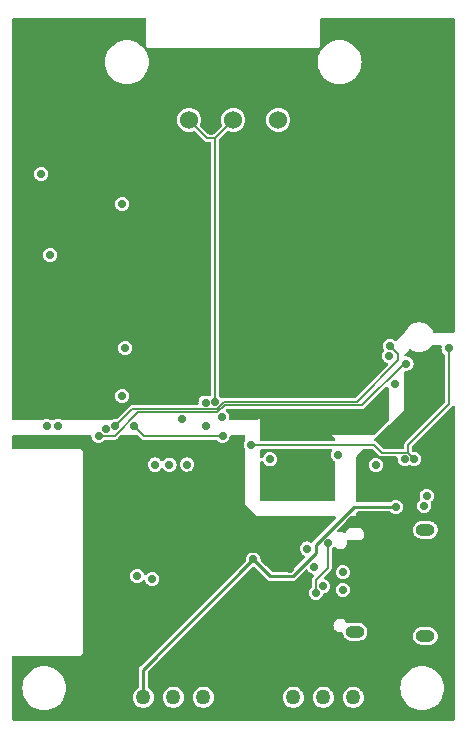
<source format=gbr>
%TF.GenerationSoftware,KiCad,Pcbnew,7.0.5*%
%TF.CreationDate,2023-06-16T17:12:54-04:00*%
%TF.ProjectId,ESP32Sensor-Sensor_board,45535033-3253-4656-9e73-6f722d53656e,rev?*%
%TF.SameCoordinates,Original*%
%TF.FileFunction,Copper,L3,Inr*%
%TF.FilePolarity,Positive*%
%FSLAX46Y46*%
G04 Gerber Fmt 4.6, Leading zero omitted, Abs format (unit mm)*
G04 Created by KiCad (PCBNEW 7.0.5) date 2023-06-16 17:12:54*
%MOMM*%
%LPD*%
G01*
G04 APERTURE LIST*
%TA.AperFunction,ComponentPad*%
%ADD10O,1.600000X1.000000*%
%TD*%
%TA.AperFunction,ComponentPad*%
%ADD11C,0.700000*%
%TD*%
%TA.AperFunction,ComponentPad*%
%ADD12C,1.270000*%
%TD*%
%TA.AperFunction,ComponentPad*%
%ADD13C,1.524000*%
%TD*%
%TA.AperFunction,ViaPad*%
%ADD14C,0.700000*%
%TD*%
%TA.AperFunction,Conductor*%
%ADD15C,0.254000*%
%TD*%
%TA.AperFunction,Conductor*%
%ADD16C,0.127000*%
%TD*%
G04 APERTURE END LIST*
D10*
%TO.N,N/C*%
%TO.C,J2*%
X10306000Y-52218000D03*
X16256000Y-52578000D03*
X16256000Y-43598000D03*
%TD*%
D11*
%TO.N,GND*%
%TO.C,U5*%
X4827500Y-45790000D03*
X4827500Y-46890000D03*
%TD*%
D12*
%TO.N,GND*%
%TO.C,J5*%
X-10160000Y-57785000D03*
%TO.N,3.3V*%
X-7620000Y-57785000D03*
%TO.N,SCL*%
X-5080000Y-57785000D03*
%TO.N,SDA*%
X-2540000Y-57785000D03*
%TD*%
D13*
%TO.N,Net-(PD1-An)*%
%TO.C,PD1*%
X3810000Y-8890000D03*
%TO.N,The_better_5V*%
X-3746500Y-8890000D03*
X0Y-8890000D03*
%TD*%
D12*
%TO.N,GND*%
%TO.C,J6*%
X2540000Y-57785000D03*
%TO.N,GPIO1*%
X5080000Y-57785000D03*
%TO.N,GPIO2*%
X7620000Y-57785000D03*
%TO.N,GPIO3*%
X10160000Y-57785000D03*
%TD*%
D11*
%TO.N,Sensor_GND*%
%TO.C,U12*%
X6350000Y-37550000D03*
X6350000Y-38650000D03*
%TD*%
D14*
%TO.N,3.3V*%
X13766100Y-41653200D03*
X1704900Y-46100000D03*
%TO.N,GND*%
X13970000Y-55372000D03*
X-9398000Y-32258000D03*
X-16256000Y-13462000D03*
X11430000Y-57912000D03*
X-15494000Y-20320000D03*
X13208000Y-36322000D03*
X17272000Y-38608000D03*
X-8890000Y-52832000D03*
X6350000Y-57912000D03*
X6350000Y-55372000D03*
X1270000Y-42672000D03*
X-9144000Y-28194000D03*
X-11430000Y-57912000D03*
X-13970000Y-55372000D03*
X8890000Y-57912000D03*
X-11430000Y-50292000D03*
X-1270000Y-40132000D03*
X11430000Y-55372000D03*
X-6350000Y-57912000D03*
X11430000Y-42672000D03*
X3810000Y-55372000D03*
X-3810000Y-47752000D03*
X8890000Y-52832000D03*
X1270000Y-50292000D03*
X13970000Y-52832000D03*
X16256000Y-32512000D03*
X-11430000Y-47752000D03*
%TO.N,CC1*%
X8007100Y-44690700D03*
X6997100Y-48928300D03*
%TO.N,D+*%
X-5405100Y-38070000D03*
X7584600Y-48379200D03*
%TO.N,D-*%
X6875300Y-46758800D03*
X-3905100Y-38059500D03*
X9278600Y-48660000D03*
%TO.N,CC2*%
X16168900Y-41549600D03*
X9292000Y-47184100D03*
%TO.N,ESP_RXD*%
X-911500Y-35639200D03*
X-8419400Y-34801800D03*
%TO.N,GPIO9*%
X-6858000Y-47752000D03*
X-986600Y-34017200D03*
X-14848900Y-34800100D03*
%TO.N,ESP_EN*%
X-2286000Y-34798000D03*
X-10812300Y-35077200D03*
%TO.N,INT*%
X1501700Y-36392900D03*
X18227600Y-28237100D03*
X15322900Y-37587500D03*
%TO.N,SCL*%
X14510800Y-37576300D03*
%TO.N,SDA*%
X12078400Y-38106200D03*
%TO.N,LED_REF*%
X13276000Y-28023900D03*
X-10000900Y-34802700D03*
%TO.N,5V*%
X-4369750Y-34222050D03*
X3099100Y-37619500D03*
X-2346300Y-32811400D03*
%TO.N,Sensor_Analog*%
X13673100Y-31282800D03*
X13165200Y-28863000D03*
%TO.N,The_better_5V*%
X-1542700Y-32758700D03*
%TO.N,ESP_ADC*%
X14656300Y-29510800D03*
X-11405100Y-35634600D03*
%TO.N,GPIO3*%
X-6624500Y-38069500D03*
%TO.N,NeopixelLED*%
X-15811800Y-34785000D03*
X-8128000Y-47498000D03*
%TO.N,VBUS*%
X-9398000Y-16002000D03*
X16374900Y-40731700D03*
X6222900Y-45182100D03*
X8860100Y-37229900D03*
%TO.N,Sensor_GND*%
X6350000Y-25654000D03*
X-11430000Y-5588000D03*
X-5588000Y-20828000D03*
X11176000Y-23876000D03*
X-10160000Y-10160000D03*
X13970000Y-14732000D03*
X7874000Y-28448000D03*
X5080000Y-33782000D03*
X-10160000Y-11938000D03*
%TD*%
D15*
%TO.N,3.3V*%
X1704900Y-46100000D02*
X3127900Y-47523000D01*
X-7620000Y-57785000D02*
X-7620000Y-55424900D01*
X6997600Y-45555800D02*
X6997600Y-44835800D01*
X6997600Y-44835800D02*
X10180200Y-41653200D01*
X10180200Y-41653200D02*
X13766100Y-41653200D01*
X5030400Y-47523000D02*
X6997600Y-45555800D01*
X-7620000Y-55424900D02*
X1704900Y-46100000D01*
X3127900Y-47523000D02*
X5030400Y-47523000D01*
D16*
%TO.N,CC1*%
X6997100Y-47820700D02*
X8007100Y-46810700D01*
X6997100Y-48928300D02*
X6997100Y-47820700D01*
X8007100Y-46810700D02*
X8007100Y-44690700D01*
%TO.N,ESP_RXD*%
X-911500Y-35639200D02*
X-7582000Y-35639200D01*
X-7582000Y-35639200D02*
X-8419400Y-34801800D01*
%TO.N,INT*%
X14797100Y-37061700D02*
X14797100Y-36392900D01*
X14797100Y-37061700D02*
X12606800Y-37061700D01*
X18227600Y-32962400D02*
X18227600Y-28237100D01*
X12606800Y-37061700D02*
X11938000Y-36392900D01*
X15322900Y-37587500D02*
X14797100Y-37061700D01*
X14797100Y-36392900D02*
X18227600Y-32962400D01*
X11938000Y-36392900D02*
X1501700Y-36392900D01*
%TO.N,LED_REF*%
X-10000900Y-34802700D02*
X-8537700Y-33339500D01*
X-8537700Y-33339500D02*
X-1392400Y-33339500D01*
X-790450Y-32737550D02*
X10442450Y-32737550D01*
X-1392400Y-33339500D02*
X-790450Y-32737550D01*
X10442450Y-32737550D02*
X13970000Y-29210000D01*
X13970000Y-29210000D02*
X13970000Y-28717900D01*
X13970000Y-28717900D02*
X13276000Y-28023900D01*
%TO.N,The_better_5V*%
X-1545100Y-10435100D02*
X-1545100Y-32756300D01*
X-1545100Y-32756300D02*
X-1542700Y-32758700D01*
X-3746500Y-8890000D02*
X-2201400Y-10435100D01*
X-1545100Y-10435100D02*
X0Y-8890000D01*
X-2201400Y-10435100D02*
X-1545100Y-10435100D01*
%TO.N,ESP_ADC*%
X-8050100Y-33653800D02*
X-10030800Y-35634500D01*
X14431200Y-29510800D02*
X10922000Y-33020000D01*
X-1354400Y-33653800D02*
X-8050100Y-33653800D01*
X10922000Y-33020000D02*
X-720600Y-33020000D01*
X14656300Y-29510800D02*
X14431200Y-29510800D01*
X-720600Y-33020000D02*
X-1354400Y-33653800D01*
X-11405100Y-35634500D02*
X-11405100Y-35634600D01*
X-10030800Y-35634500D02*
X-11405100Y-35634500D01*
%TD*%
%TA.AperFunction,Conductor*%
%TO.N,GND*%
G36*
X18706357Y-33073065D02*
G01*
X18741770Y-33133295D01*
X18745500Y-33163482D01*
X18745500Y-59621500D01*
X18725815Y-59688539D01*
X18673011Y-59734294D01*
X18621500Y-59745500D01*
X-18621500Y-59745500D01*
X-18688539Y-59725815D01*
X-18734294Y-59673011D01*
X-18745500Y-59621500D01*
X-18745500Y-57000000D01*
X-17859237Y-57000000D01*
X-17840313Y-57264597D01*
X-17783925Y-57523808D01*
X-17691221Y-57772355D01*
X-17691218Y-57772359D01*
X-17691218Y-57772361D01*
X-17640704Y-57864871D01*
X-17564090Y-58005179D01*
X-17405118Y-58217541D01*
X-17217541Y-58405118D01*
X-17005179Y-58564090D01*
X-16772360Y-58691218D01*
X-16772359Y-58691218D01*
X-16772355Y-58691221D01*
X-16523808Y-58783925D01*
X-16264597Y-58840313D01*
X-16026508Y-58857341D01*
X-16000001Y-58859237D01*
X-16000000Y-58859237D01*
X-15999999Y-58859237D01*
X-15970540Y-58857130D01*
X-15735403Y-58840313D01*
X-15735399Y-58840312D01*
X-15735397Y-58840312D01*
X-15476200Y-58783927D01*
X-15476198Y-58783926D01*
X-15476192Y-58783925D01*
X-15227645Y-58691221D01*
X-15227642Y-58691219D01*
X-15227638Y-58691218D01*
X-14994826Y-58564093D01*
X-14994818Y-58564088D01*
X-14782466Y-58405124D01*
X-14782448Y-58405108D01*
X-14594891Y-58217551D01*
X-14594875Y-58217533D01*
X-14435911Y-58005181D01*
X-14435906Y-58005173D01*
X-14308781Y-57772361D01*
X-14216072Y-57523799D01*
X-14159687Y-57264602D01*
X-14140763Y-57000001D01*
X-14140763Y-56999998D01*
X-14159687Y-56735397D01*
X-14216072Y-56476200D01*
X-14308781Y-56227638D01*
X-14435906Y-55994826D01*
X-14435911Y-55994818D01*
X-14594875Y-55782466D01*
X-14594891Y-55782448D01*
X-14782448Y-55594891D01*
X-14782466Y-55594875D01*
X-14994818Y-55435911D01*
X-14994826Y-55435906D01*
X-15227639Y-55308781D01*
X-15227638Y-55308781D01*
X-15476200Y-55216072D01*
X-15735397Y-55159687D01*
X-15999999Y-55140763D01*
X-16000001Y-55140763D01*
X-16264602Y-55159687D01*
X-16523799Y-55216072D01*
X-16523805Y-55216074D01*
X-16523808Y-55216075D01*
X-16672936Y-55271697D01*
X-16772361Y-55308781D01*
X-17005173Y-55435906D01*
X-17005181Y-55435911D01*
X-17217533Y-55594875D01*
X-17217551Y-55594891D01*
X-17405108Y-55782448D01*
X-17405124Y-55782466D01*
X-17564088Y-55994818D01*
X-17564093Y-55994826D01*
X-17691218Y-56227638D01*
X-17691219Y-56227642D01*
X-17691221Y-56227645D01*
X-17783925Y-56476192D01*
X-17840313Y-56735403D01*
X-17859237Y-57000000D01*
X-18745500Y-57000000D01*
X-18745500Y-54378500D01*
X-18725815Y-54311461D01*
X-18673011Y-54265706D01*
X-18621500Y-54254500D01*
X-13037282Y-54254500D01*
X-13013093Y-54256882D01*
X-13000000Y-54259486D01*
X-12999998Y-54259486D01*
X-12900701Y-54239735D01*
X-12900700Y-54239734D01*
X-12900699Y-54239734D01*
X-12858607Y-54211608D01*
X-12816515Y-54183484D01*
X-12782796Y-54133019D01*
X-12760266Y-54099301D01*
X-12760265Y-54099299D01*
X-12760264Y-54099296D01*
X-12744647Y-54020782D01*
X-12744642Y-54020755D01*
X-12740514Y-54000000D01*
X-12743118Y-53986906D01*
X-12745500Y-53962718D01*
X-12745500Y-47498000D01*
X-8733682Y-47498000D01*
X-8713044Y-47654762D01*
X-8652536Y-47800841D01*
X-8556282Y-47926282D01*
X-8430841Y-48022536D01*
X-8284762Y-48083044D01*
X-8180254Y-48096802D01*
X-8128001Y-48103682D01*
X-8128000Y-48103682D01*
X-8127999Y-48103682D01*
X-8049619Y-48093363D01*
X-7971238Y-48083044D01*
X-7825159Y-48022536D01*
X-7699718Y-47926282D01*
X-7699716Y-47926280D01*
X-7699715Y-47926279D01*
X-7659058Y-47873294D01*
X-7602630Y-47832091D01*
X-7532884Y-47827937D01*
X-7471964Y-47862150D01*
X-7446122Y-47901329D01*
X-7443044Y-47908759D01*
X-7443044Y-47908762D01*
X-7382536Y-48054841D01*
X-7286282Y-48180282D01*
X-7160841Y-48276536D01*
X-7014762Y-48337044D01*
X-6910254Y-48350802D01*
X-6858001Y-48357682D01*
X-6858000Y-48357682D01*
X-6857999Y-48357682D01*
X-6779618Y-48347363D01*
X-6701238Y-48337044D01*
X-6555159Y-48276536D01*
X-6429718Y-48180282D01*
X-6333464Y-48054841D01*
X-6272956Y-47908762D01*
X-6272955Y-47908760D01*
X-6252318Y-47752001D01*
X-6252318Y-47751998D01*
X-6272955Y-47595239D01*
X-6272956Y-47595237D01*
X-6333463Y-47449160D01*
X-6429718Y-47323718D01*
X-6555160Y-47227463D01*
X-6701237Y-47166956D01*
X-6701239Y-47166955D01*
X-6857999Y-47146318D01*
X-6858001Y-47146318D01*
X-7014760Y-47166955D01*
X-7014762Y-47166956D01*
X-7082852Y-47195160D01*
X-7160841Y-47227464D01*
X-7286282Y-47323718D01*
X-7299726Y-47341239D01*
X-7326941Y-47376705D01*
X-7383369Y-47417908D01*
X-7453115Y-47422062D01*
X-7514035Y-47387849D01*
X-7539877Y-47348671D01*
X-7603463Y-47195160D01*
X-7699718Y-47069718D01*
X-7825160Y-46973463D01*
X-7971237Y-46912956D01*
X-7971239Y-46912955D01*
X-8127999Y-46892318D01*
X-8128001Y-46892318D01*
X-8284760Y-46912955D01*
X-8284762Y-46912956D01*
X-8405472Y-46962956D01*
X-8430841Y-46973464D01*
X-8556282Y-47069718D01*
X-8652536Y-47195159D01*
X-8713044Y-47341238D01*
X-8733682Y-47498000D01*
X-12745500Y-47498000D01*
X-12745500Y-38069501D01*
X-7230182Y-38069501D01*
X-7230116Y-38070000D01*
X-7209544Y-38226262D01*
X-7149036Y-38372341D01*
X-7052782Y-38497782D01*
X-6927341Y-38594036D01*
X-6781262Y-38654544D01*
X-6676754Y-38668302D01*
X-6624501Y-38675182D01*
X-6624500Y-38675182D01*
X-6624499Y-38675182D01*
X-6546119Y-38664863D01*
X-6467738Y-38654544D01*
X-6321659Y-38594036D01*
X-6196218Y-38497782D01*
X-6113366Y-38389807D01*
X-6056939Y-38348606D01*
X-5987192Y-38344451D01*
X-5926272Y-38378664D01*
X-5916624Y-38389798D01*
X-5833382Y-38498282D01*
X-5707941Y-38594536D01*
X-5561862Y-38655044D01*
X-5457353Y-38668802D01*
X-5405101Y-38675682D01*
X-5405100Y-38675682D01*
X-5405099Y-38675682D01*
X-5325344Y-38665182D01*
X-5248338Y-38655044D01*
X-5102259Y-38594536D01*
X-4976818Y-38498282D01*
X-4880564Y-38372841D01*
X-4870525Y-38348606D01*
X-4820056Y-38226762D01*
X-4820055Y-38226760D01*
X-4799418Y-38070001D01*
X-4799418Y-38069998D01*
X-4800800Y-38059501D01*
X-4510782Y-38059501D01*
X-4507403Y-38085163D01*
X-4490144Y-38216262D01*
X-4429636Y-38362341D01*
X-4333382Y-38487782D01*
X-4207941Y-38584036D01*
X-4061862Y-38644544D01*
X-3982106Y-38655044D01*
X-3905101Y-38665182D01*
X-3905100Y-38665182D01*
X-3905099Y-38665182D01*
X-3789781Y-38650000D01*
X-3748338Y-38644544D01*
X-3602259Y-38584036D01*
X-3476818Y-38487782D01*
X-3380564Y-38362341D01*
X-3320056Y-38216262D01*
X-3320055Y-38216260D01*
X-3299418Y-38059501D01*
X-3299418Y-38059498D01*
X-3320055Y-37902739D01*
X-3320056Y-37902737D01*
X-3380563Y-37756660D01*
X-3476818Y-37631218D01*
X-3602260Y-37534963D01*
X-3748337Y-37474456D01*
X-3748339Y-37474455D01*
X-3905099Y-37453818D01*
X-3905101Y-37453818D01*
X-4061860Y-37474455D01*
X-4061862Y-37474456D01*
X-4202574Y-37532741D01*
X-4207941Y-37534964D01*
X-4333382Y-37631218D01*
X-4429636Y-37756659D01*
X-4490144Y-37902738D01*
X-4491461Y-37912739D01*
X-4510782Y-38059498D01*
X-4510782Y-38059501D01*
X-4800800Y-38059501D01*
X-4820055Y-37913239D01*
X-4820056Y-37913237D01*
X-4880563Y-37767160D01*
X-4976818Y-37641718D01*
X-5102260Y-37545463D01*
X-5248337Y-37484956D01*
X-5248339Y-37484955D01*
X-5405099Y-37464318D01*
X-5405101Y-37464318D01*
X-5561860Y-37484955D01*
X-5561862Y-37484956D01*
X-5706731Y-37544963D01*
X-5707941Y-37545464D01*
X-5833382Y-37641718D01*
X-5916232Y-37749691D01*
X-5972660Y-37790893D01*
X-6042406Y-37795048D01*
X-6103327Y-37760835D01*
X-6112983Y-37749691D01*
X-6196216Y-37641220D01*
X-6196217Y-37641219D01*
X-6196218Y-37641218D01*
X-6321007Y-37545464D01*
X-6321660Y-37544963D01*
X-6467737Y-37484456D01*
X-6467739Y-37484455D01*
X-6624499Y-37463818D01*
X-6624501Y-37463818D01*
X-6781260Y-37484455D01*
X-6781262Y-37484456D01*
X-6903196Y-37534963D01*
X-6927341Y-37544964D01*
X-7052782Y-37641218D01*
X-7149036Y-37766659D01*
X-7209544Y-37912738D01*
X-7209544Y-37912739D01*
X-7230182Y-38069498D01*
X-7230182Y-38069501D01*
X-12745500Y-38069501D01*
X-12745500Y-37037277D01*
X-12743117Y-37013084D01*
X-12741002Y-37002455D01*
X-12740514Y-37000000D01*
X-12740514Y-36999999D01*
X-12740514Y-36999997D01*
X-12760264Y-36900701D01*
X-12760265Y-36900700D01*
X-12816515Y-36816515D01*
X-12900699Y-36760266D01*
X-12900699Y-36760265D01*
X-12974933Y-36745500D01*
X-12999999Y-36740514D01*
X-13000000Y-36740514D01*
X-13013093Y-36743118D01*
X-13037282Y-36745500D01*
X-18621500Y-36745500D01*
X-18688539Y-36725815D01*
X-18734294Y-36673011D01*
X-18745500Y-36621500D01*
X-18745500Y-35684000D01*
X-18725815Y-35616961D01*
X-18673011Y-35571206D01*
X-18621500Y-35560000D01*
X-12129348Y-35560000D01*
X-12062309Y-35579685D01*
X-12016554Y-35632489D01*
X-12006409Y-35667813D01*
X-11990144Y-35791362D01*
X-11929636Y-35937441D01*
X-11833382Y-36062882D01*
X-11707941Y-36159136D01*
X-11561862Y-36219644D01*
X-11457353Y-36233402D01*
X-11405101Y-36240282D01*
X-11405100Y-36240282D01*
X-11405099Y-36240282D01*
X-11283279Y-36224244D01*
X-11248338Y-36219644D01*
X-11102259Y-36159136D01*
X-10976818Y-36062882D01*
X-10926275Y-35997013D01*
X-10869848Y-35955811D01*
X-10827900Y-35948500D01*
X-10047220Y-35948500D01*
X-10041819Y-35948735D01*
X-10003011Y-35952131D01*
X-9965375Y-35942045D01*
X-9960119Y-35940880D01*
X-9921749Y-35934115D01*
X-9921747Y-35934114D01*
X-9915280Y-35931760D01*
X-9902305Y-35926386D01*
X-9896049Y-35923469D01*
X-9870866Y-35905835D01*
X-9864145Y-35901129D01*
X-9859597Y-35898231D01*
X-9825851Y-35878749D01*
X-9825849Y-35878748D01*
X-9800805Y-35848901D01*
X-9797149Y-35844912D01*
X-9548556Y-35596319D01*
X-9487233Y-35562834D01*
X-9460875Y-35560000D01*
X-8156624Y-35560000D01*
X-8089585Y-35579685D01*
X-8068943Y-35596318D01*
X-7815634Y-35849627D01*
X-7812004Y-35853588D01*
X-7786949Y-35883449D01*
X-7761354Y-35898225D01*
X-7753211Y-35902926D01*
X-7748658Y-35905825D01*
X-7716749Y-35928170D01*
X-7716741Y-35928171D01*
X-7710470Y-35931097D01*
X-7697555Y-35936447D01*
X-7691055Y-35938813D01*
X-7691054Y-35938813D01*
X-7691051Y-35938815D01*
X-7652667Y-35945582D01*
X-7647423Y-35946746D01*
X-7609790Y-35956831D01*
X-7570986Y-35953435D01*
X-7565583Y-35953200D01*
X-1488623Y-35953200D01*
X-1421584Y-35972885D01*
X-1390247Y-36001713D01*
X-1339782Y-36067482D01*
X-1214341Y-36163736D01*
X-1068262Y-36224244D01*
X-977910Y-36236139D01*
X-911501Y-36244882D01*
X-911500Y-36244882D01*
X-911499Y-36244882D01*
X-833118Y-36234562D01*
X-754738Y-36224244D01*
X-608659Y-36163736D01*
X-483218Y-36067482D01*
X-386964Y-35942041D01*
X-385058Y-35937441D01*
X-326456Y-35795962D01*
X-326455Y-35795960D01*
X-309585Y-35667815D01*
X-281318Y-35603918D01*
X-222994Y-35565447D01*
X-186646Y-35560000D01*
X892000Y-35560000D01*
X959039Y-35579685D01*
X1004794Y-35632489D01*
X1016000Y-35684000D01*
X1016000Y-35997354D01*
X996315Y-36064393D01*
X990376Y-36072840D01*
X977164Y-36090057D01*
X916656Y-36236137D01*
X916655Y-36236139D01*
X896018Y-36392898D01*
X896018Y-36392901D01*
X916655Y-36549660D01*
X916657Y-36549665D01*
X977161Y-36695736D01*
X977164Y-36695742D01*
X990375Y-36712958D01*
X1015570Y-36778127D01*
X1016000Y-36788445D01*
X1016000Y-41402000D01*
X2032000Y-42418000D01*
X8582172Y-42418000D01*
X8649211Y-42437685D01*
X8694966Y-42490489D01*
X8704910Y-42559647D01*
X8675885Y-42623203D01*
X8669858Y-42629675D01*
X8152755Y-43146778D01*
X6767443Y-44532089D01*
X6747590Y-44548212D01*
X6738394Y-44554220D01*
X6738391Y-44554223D01*
X6716460Y-44582398D01*
X6711383Y-44588149D01*
X6708556Y-44590977D01*
X6708544Y-44590991D01*
X6695652Y-44609046D01*
X6694124Y-44611095D01*
X6683296Y-44625008D01*
X6626586Y-44665822D01*
X6556813Y-44669498D01*
X6533440Y-44660210D01*
X6533249Y-44660674D01*
X6525738Y-44657563D01*
X6379662Y-44597056D01*
X6379660Y-44597055D01*
X6222901Y-44576418D01*
X6222899Y-44576418D01*
X6066139Y-44597055D01*
X6066137Y-44597056D01*
X5920060Y-44657563D01*
X5794618Y-44753818D01*
X5698363Y-44879260D01*
X5637856Y-45025337D01*
X5637855Y-45025339D01*
X5617218Y-45182098D01*
X5617218Y-45182101D01*
X5637855Y-45338860D01*
X5637856Y-45338862D01*
X5698364Y-45484941D01*
X5794618Y-45610382D01*
X5920059Y-45706636D01*
X6026384Y-45750677D01*
X6080788Y-45794518D01*
X6102853Y-45860812D01*
X6085574Y-45928511D01*
X6066613Y-45952919D01*
X4910353Y-47109181D01*
X4849030Y-47142666D01*
X4822672Y-47145500D01*
X3335627Y-47145500D01*
X3268588Y-47125815D01*
X3247946Y-47109181D01*
X2798328Y-46659563D01*
X2345464Y-46206698D01*
X2311981Y-46145378D01*
X2310209Y-46102830D01*
X2310582Y-46100000D01*
X2289944Y-45943238D01*
X2229436Y-45797159D01*
X2133182Y-45671718D01*
X2007741Y-45575464D01*
X1941427Y-45547996D01*
X1861662Y-45514956D01*
X1861660Y-45514955D01*
X1704901Y-45494318D01*
X1704899Y-45494318D01*
X1548139Y-45514955D01*
X1548137Y-45514956D01*
X1402060Y-45575463D01*
X1276618Y-45671718D01*
X1180363Y-45797160D01*
X1119856Y-45943237D01*
X1119855Y-45943239D01*
X1099218Y-46099998D01*
X1099218Y-46100001D01*
X1099591Y-46102835D01*
X1099218Y-46105226D01*
X1099218Y-46108126D01*
X1098766Y-46108126D01*
X1088825Y-46171870D01*
X1064333Y-46206700D01*
X-7850155Y-55121189D01*
X-7870010Y-55137313D01*
X-7875289Y-55140763D01*
X-7879209Y-55143324D01*
X-7901139Y-55171500D01*
X-7906228Y-55177262D01*
X-7909052Y-55180086D01*
X-7909054Y-55180088D01*
X-7921949Y-55198148D01*
X-7923480Y-55200202D01*
X-7956591Y-55242743D01*
X-7960365Y-55249717D01*
X-7963831Y-55256808D01*
X-7963831Y-55256810D01*
X-7963832Y-55256811D01*
X-7979220Y-55308501D01*
X-7979993Y-55310911D01*
X-7997500Y-55361906D01*
X-7997500Y-55361908D01*
X-7998800Y-55369699D01*
X-7999779Y-55377553D01*
X-7999781Y-55377560D01*
X-7997550Y-55431472D01*
X-7997499Y-55433934D01*
X-7997499Y-56227638D01*
X-7997499Y-56903245D01*
X-8017184Y-56970284D01*
X-8060925Y-57008301D01*
X-8059563Y-57010661D01*
X-8065182Y-57013905D01*
X-8065188Y-57013909D01*
X-8065189Y-57013910D01*
X-8215779Y-57123320D01*
X-8215780Y-57123321D01*
X-8215781Y-57123322D01*
X-8215784Y-57123324D01*
X-8291547Y-57207469D01*
X-8340331Y-57261649D01*
X-8433400Y-57422850D01*
X-8433403Y-57422856D01*
X-8462160Y-57511365D01*
X-8490921Y-57599880D01*
X-8510378Y-57785000D01*
X-8490921Y-57970120D01*
X-8433401Y-58147149D01*
X-8340331Y-58308351D01*
X-8215779Y-58446680D01*
X-8065189Y-58556090D01*
X-7952424Y-58606296D01*
X-7895147Y-58631798D01*
X-7895144Y-58631798D01*
X-7895142Y-58631800D01*
X-7713070Y-58670500D01*
X-7713069Y-58670500D01*
X-7526931Y-58670500D01*
X-7526930Y-58670500D01*
X-7344858Y-58631800D01*
X-7344852Y-58631798D01*
X-7174811Y-58556090D01*
X-7174810Y-58556089D01*
X-7024221Y-58446680D01*
X-7024218Y-58446677D01*
X-7024215Y-58446675D01*
X-6914713Y-58325059D01*
X-6899669Y-58308351D01*
X-6806599Y-58147149D01*
X-6806596Y-58147143D01*
X-6749080Y-57970124D01*
X-6749079Y-57970122D01*
X-6729622Y-57785000D01*
X-5970378Y-57785000D01*
X-5950921Y-57970120D01*
X-5893401Y-58147149D01*
X-5800331Y-58308351D01*
X-5675779Y-58446680D01*
X-5525189Y-58556090D01*
X-5412424Y-58606296D01*
X-5355147Y-58631798D01*
X-5355144Y-58631798D01*
X-5355142Y-58631800D01*
X-5173070Y-58670500D01*
X-5173069Y-58670500D01*
X-4986931Y-58670500D01*
X-4986930Y-58670500D01*
X-4804858Y-58631800D01*
X-4804852Y-58631798D01*
X-4634811Y-58556090D01*
X-4634810Y-58556089D01*
X-4484221Y-58446680D01*
X-4484218Y-58446677D01*
X-4484215Y-58446675D01*
X-4374713Y-58325059D01*
X-4359669Y-58308351D01*
X-4266599Y-58147149D01*
X-4266596Y-58147143D01*
X-4209080Y-57970124D01*
X-4209079Y-57970122D01*
X-4189622Y-57785000D01*
X-3430378Y-57785000D01*
X-3410921Y-57970120D01*
X-3353401Y-58147149D01*
X-3260331Y-58308351D01*
X-3135779Y-58446680D01*
X-2985189Y-58556090D01*
X-2872424Y-58606296D01*
X-2815147Y-58631798D01*
X-2815144Y-58631798D01*
X-2815142Y-58631800D01*
X-2633070Y-58670500D01*
X-2633069Y-58670500D01*
X-2446931Y-58670500D01*
X-2446930Y-58670500D01*
X-2264858Y-58631800D01*
X-2264852Y-58631798D01*
X-2094811Y-58556090D01*
X-2094811Y-58556089D01*
X-1944221Y-58446680D01*
X-1944218Y-58446677D01*
X-1944215Y-58446675D01*
X-1834713Y-58325059D01*
X-1819669Y-58308351D01*
X-1726599Y-58147149D01*
X-1726596Y-58147143D01*
X-1669080Y-57970124D01*
X-1669079Y-57970122D01*
X-1649622Y-57785000D01*
X4189622Y-57785000D01*
X4209079Y-57970122D01*
X4209080Y-57970124D01*
X4266596Y-58147143D01*
X4266599Y-58147149D01*
X4359669Y-58308351D01*
X4374713Y-58325059D01*
X4484215Y-58446675D01*
X4484218Y-58446677D01*
X4484221Y-58446680D01*
X4634810Y-58556089D01*
X4634811Y-58556090D01*
X4804852Y-58631798D01*
X4804858Y-58631800D01*
X4986930Y-58670500D01*
X4986931Y-58670500D01*
X5173069Y-58670500D01*
X5173070Y-58670500D01*
X5355142Y-58631800D01*
X5355144Y-58631798D01*
X5355147Y-58631798D01*
X5412424Y-58606296D01*
X5525189Y-58556090D01*
X5675779Y-58446680D01*
X5800331Y-58308351D01*
X5893401Y-58147149D01*
X5950921Y-57970120D01*
X5970378Y-57785000D01*
X6729622Y-57785000D01*
X6749079Y-57970122D01*
X6749080Y-57970124D01*
X6806596Y-58147143D01*
X6806599Y-58147149D01*
X6899669Y-58308351D01*
X6914713Y-58325059D01*
X7024215Y-58446675D01*
X7024218Y-58446677D01*
X7024221Y-58446680D01*
X7174810Y-58556089D01*
X7174811Y-58556090D01*
X7344852Y-58631798D01*
X7344858Y-58631800D01*
X7526930Y-58670500D01*
X7526931Y-58670500D01*
X7713069Y-58670500D01*
X7713070Y-58670500D01*
X7895142Y-58631800D01*
X7895144Y-58631798D01*
X7895147Y-58631798D01*
X7952424Y-58606296D01*
X8065189Y-58556090D01*
X8215779Y-58446680D01*
X8340331Y-58308351D01*
X8433401Y-58147149D01*
X8490921Y-57970120D01*
X8510378Y-57785000D01*
X9269622Y-57785000D01*
X9289079Y-57970122D01*
X9289080Y-57970124D01*
X9346596Y-58147143D01*
X9346599Y-58147149D01*
X9439669Y-58308351D01*
X9454713Y-58325059D01*
X9564215Y-58446675D01*
X9564218Y-58446677D01*
X9564221Y-58446680D01*
X9714810Y-58556089D01*
X9714811Y-58556090D01*
X9884852Y-58631798D01*
X9884858Y-58631800D01*
X10066930Y-58670500D01*
X10066931Y-58670500D01*
X10253069Y-58670500D01*
X10253070Y-58670500D01*
X10435142Y-58631800D01*
X10435144Y-58631798D01*
X10435147Y-58631798D01*
X10492424Y-58606296D01*
X10605189Y-58556090D01*
X10755779Y-58446680D01*
X10880331Y-58308351D01*
X10973401Y-58147149D01*
X11030921Y-57970120D01*
X11050378Y-57785000D01*
X11030921Y-57599880D01*
X11002160Y-57511365D01*
X10973403Y-57422856D01*
X10973400Y-57422850D01*
X10880331Y-57261649D01*
X10831547Y-57207469D01*
X10755784Y-57123324D01*
X10755781Y-57123322D01*
X10755780Y-57123321D01*
X10755779Y-57123320D01*
X10605189Y-57013910D01*
X10605188Y-57013909D01*
X10573950Y-57000001D01*
X14140763Y-57000001D01*
X14159687Y-57264602D01*
X14216072Y-57523799D01*
X14308781Y-57772361D01*
X14435906Y-58005173D01*
X14435911Y-58005181D01*
X14594875Y-58217533D01*
X14594891Y-58217551D01*
X14782448Y-58405108D01*
X14782466Y-58405124D01*
X14994818Y-58564088D01*
X14994826Y-58564093D01*
X15227639Y-58691218D01*
X15227638Y-58691218D01*
X15227642Y-58691219D01*
X15227645Y-58691221D01*
X15476192Y-58783925D01*
X15476198Y-58783926D01*
X15476200Y-58783927D01*
X15735397Y-58840312D01*
X15735399Y-58840312D01*
X15735403Y-58840313D01*
X15970540Y-58857130D01*
X15999999Y-58859237D01*
X16000000Y-58859237D01*
X16000001Y-58859237D01*
X16026508Y-58857341D01*
X16264597Y-58840313D01*
X16523808Y-58783925D01*
X16772355Y-58691221D01*
X16772359Y-58691218D01*
X16772361Y-58691218D01*
X16888766Y-58627655D01*
X17005179Y-58564090D01*
X17217541Y-58405118D01*
X17405118Y-58217541D01*
X17564090Y-58005179D01*
X17640704Y-57864871D01*
X17691218Y-57772361D01*
X17691218Y-57772359D01*
X17691221Y-57772355D01*
X17783925Y-57523808D01*
X17840313Y-57264597D01*
X17859237Y-57000000D01*
X17840313Y-56735403D01*
X17783925Y-56476192D01*
X17691221Y-56227645D01*
X17691219Y-56227642D01*
X17691218Y-56227638D01*
X17564093Y-55994826D01*
X17564088Y-55994818D01*
X17405124Y-55782466D01*
X17405108Y-55782448D01*
X17217551Y-55594891D01*
X17217533Y-55594875D01*
X17005181Y-55435911D01*
X17005173Y-55435906D01*
X16772360Y-55308781D01*
X16772361Y-55308781D01*
X16672936Y-55271697D01*
X16523808Y-55216075D01*
X16523805Y-55216074D01*
X16523799Y-55216072D01*
X16264602Y-55159687D01*
X16000001Y-55140763D01*
X15999999Y-55140763D01*
X15735397Y-55159687D01*
X15476200Y-55216072D01*
X15227638Y-55308781D01*
X14994826Y-55435906D01*
X14994818Y-55435911D01*
X14782466Y-55594875D01*
X14782448Y-55594891D01*
X14594891Y-55782448D01*
X14594875Y-55782466D01*
X14435911Y-55994818D01*
X14435906Y-55994826D01*
X14308781Y-56227638D01*
X14216072Y-56476200D01*
X14159687Y-56735397D01*
X14140763Y-56999998D01*
X14140763Y-57000001D01*
X10573950Y-57000001D01*
X10435147Y-56938201D01*
X10435141Y-56938199D01*
X10291769Y-56907725D01*
X10253070Y-56899500D01*
X10066930Y-56899500D01*
X10046855Y-56903767D01*
X9884858Y-56938199D01*
X9884852Y-56938201D01*
X9714811Y-57013909D01*
X9564218Y-57123322D01*
X9564215Y-57123324D01*
X9439668Y-57261650D01*
X9346599Y-57422850D01*
X9346596Y-57422856D01*
X9289080Y-57599875D01*
X9289079Y-57599877D01*
X9269622Y-57785000D01*
X8510378Y-57785000D01*
X8490921Y-57599880D01*
X8462160Y-57511365D01*
X8433403Y-57422856D01*
X8433400Y-57422850D01*
X8340331Y-57261649D01*
X8291547Y-57207469D01*
X8215784Y-57123324D01*
X8215781Y-57123322D01*
X8215780Y-57123321D01*
X8215779Y-57123320D01*
X8065189Y-57013910D01*
X8065188Y-57013909D01*
X7895147Y-56938201D01*
X7895141Y-56938199D01*
X7751769Y-56907725D01*
X7713070Y-56899500D01*
X7526930Y-56899500D01*
X7506855Y-56903767D01*
X7344858Y-56938199D01*
X7344852Y-56938201D01*
X7174811Y-57013909D01*
X7024218Y-57123322D01*
X7024215Y-57123324D01*
X6899668Y-57261650D01*
X6806599Y-57422850D01*
X6806596Y-57422856D01*
X6749080Y-57599875D01*
X6749079Y-57599877D01*
X6729622Y-57785000D01*
X5970378Y-57785000D01*
X5950921Y-57599880D01*
X5922160Y-57511365D01*
X5893403Y-57422856D01*
X5893400Y-57422850D01*
X5800331Y-57261649D01*
X5751547Y-57207469D01*
X5675784Y-57123324D01*
X5675781Y-57123322D01*
X5675780Y-57123321D01*
X5675779Y-57123320D01*
X5525189Y-57013910D01*
X5525188Y-57013909D01*
X5355147Y-56938201D01*
X5355141Y-56938199D01*
X5211769Y-56907725D01*
X5173070Y-56899500D01*
X4986930Y-56899500D01*
X4966855Y-56903767D01*
X4804858Y-56938199D01*
X4804852Y-56938201D01*
X4634811Y-57013909D01*
X4484218Y-57123322D01*
X4484215Y-57123324D01*
X4359668Y-57261650D01*
X4266599Y-57422850D01*
X4266596Y-57422856D01*
X4209080Y-57599875D01*
X4209079Y-57599877D01*
X4189622Y-57785000D01*
X-1649622Y-57785000D01*
X-1669079Y-57599877D01*
X-1669080Y-57599875D01*
X-1726596Y-57422856D01*
X-1726599Y-57422850D01*
X-1819668Y-57261650D01*
X-1944215Y-57123324D01*
X-1944218Y-57123322D01*
X-2094811Y-57013909D01*
X-2264852Y-56938201D01*
X-2264858Y-56938199D01*
X-2426855Y-56903767D01*
X-2446930Y-56899500D01*
X-2633070Y-56899500D01*
X-2671769Y-56907725D01*
X-2815141Y-56938199D01*
X-2815147Y-56938201D01*
X-2985188Y-57013909D01*
X-2985189Y-57013910D01*
X-3135779Y-57123320D01*
X-3135780Y-57123321D01*
X-3135781Y-57123322D01*
X-3135784Y-57123324D01*
X-3211547Y-57207469D01*
X-3260331Y-57261649D01*
X-3353400Y-57422850D01*
X-3353403Y-57422856D01*
X-3382161Y-57511365D01*
X-3410921Y-57599880D01*
X-3430378Y-57785000D01*
X-4189622Y-57785000D01*
X-4209079Y-57599877D01*
X-4209080Y-57599875D01*
X-4266596Y-57422856D01*
X-4266599Y-57422850D01*
X-4359668Y-57261650D01*
X-4484215Y-57123324D01*
X-4484218Y-57123322D01*
X-4634811Y-57013909D01*
X-4804852Y-56938201D01*
X-4804858Y-56938199D01*
X-4966855Y-56903767D01*
X-4986930Y-56899500D01*
X-5173070Y-56899500D01*
X-5211769Y-56907725D01*
X-5355141Y-56938199D01*
X-5355147Y-56938201D01*
X-5525188Y-57013909D01*
X-5525189Y-57013910D01*
X-5675779Y-57123320D01*
X-5675780Y-57123321D01*
X-5675781Y-57123322D01*
X-5675784Y-57123324D01*
X-5751547Y-57207469D01*
X-5800331Y-57261649D01*
X-5893400Y-57422850D01*
X-5893403Y-57422856D01*
X-5922160Y-57511365D01*
X-5950921Y-57599880D01*
X-5970378Y-57785000D01*
X-6729622Y-57785000D01*
X-6749079Y-57599877D01*
X-6749080Y-57599875D01*
X-6806596Y-57422856D01*
X-6806599Y-57422850D01*
X-6899668Y-57261650D01*
X-7024215Y-57123324D01*
X-7024218Y-57123322D01*
X-7174817Y-57013905D01*
X-7180437Y-57010661D01*
X-7178982Y-57008140D01*
X-7222533Y-56970723D01*
X-7242499Y-56903767D01*
X-7242500Y-56903246D01*
X-7242500Y-55632627D01*
X-7222815Y-55565588D01*
X-7206181Y-55544946D01*
X-3349236Y-51688001D01*
X8471500Y-51688001D01*
X8491415Y-51839278D01*
X8491416Y-51839280D01*
X8549806Y-51980247D01*
X8549807Y-51980249D01*
X8549808Y-51980250D01*
X8642696Y-52101304D01*
X8763750Y-52194192D01*
X8763751Y-52194192D01*
X8763752Y-52194193D01*
X8795686Y-52207420D01*
X8904720Y-52252584D01*
X8961370Y-52260042D01*
X9018019Y-52267500D01*
X9018020Y-52267500D01*
X9093978Y-52267500D01*
X9093980Y-52267500D01*
X9131363Y-52262578D01*
X9200395Y-52273343D01*
X9252652Y-52319722D01*
X9269663Y-52363983D01*
X9282135Y-52434711D01*
X9351623Y-52595804D01*
X9351624Y-52595806D01*
X9351626Y-52595809D01*
X9406278Y-52669218D01*
X9456390Y-52736530D01*
X9590786Y-52849302D01*
X9646497Y-52877281D01*
X9747562Y-52928038D01*
X9747563Y-52928038D01*
X9747567Y-52928040D01*
X9918279Y-52968500D01*
X9918282Y-52968500D01*
X10649701Y-52968500D01*
X10649709Y-52968500D01*
X10780255Y-52953241D01*
X10945117Y-52893237D01*
X11091696Y-52796830D01*
X11212092Y-52669218D01*
X11239392Y-52621933D01*
X15201668Y-52621933D01*
X15217058Y-52709210D01*
X15232135Y-52794711D01*
X15301623Y-52955804D01*
X15301624Y-52955806D01*
X15301626Y-52955809D01*
X15356278Y-53029218D01*
X15406390Y-53096530D01*
X15540786Y-53209302D01*
X15618488Y-53248325D01*
X15697562Y-53288038D01*
X15697563Y-53288038D01*
X15697567Y-53288040D01*
X15868279Y-53328500D01*
X15868282Y-53328500D01*
X16599701Y-53328500D01*
X16599709Y-53328500D01*
X16730255Y-53313241D01*
X16895117Y-53253237D01*
X17041696Y-53156830D01*
X17162092Y-53029218D01*
X17249812Y-52877281D01*
X17300130Y-52709210D01*
X17310331Y-52534065D01*
X17279865Y-52361289D01*
X17210377Y-52200196D01*
X17205907Y-52194192D01*
X17105609Y-52059469D01*
X16971214Y-51946698D01*
X16971212Y-51946697D01*
X16814437Y-51867961D01*
X16814433Y-51867960D01*
X16643721Y-51827500D01*
X15912291Y-51827500D01*
X15811526Y-51839278D01*
X15781743Y-51842759D01*
X15781740Y-51842760D01*
X15616884Y-51902762D01*
X15616880Y-51902764D01*
X15470306Y-51999167D01*
X15470305Y-51999168D01*
X15349910Y-52126778D01*
X15262188Y-52278718D01*
X15211870Y-52446789D01*
X15211869Y-52446794D01*
X15201668Y-52621933D01*
X11239392Y-52621933D01*
X11299812Y-52517281D01*
X11350130Y-52349210D01*
X11360331Y-52174065D01*
X11329865Y-52001289D01*
X11260377Y-51840196D01*
X11259695Y-51839280D01*
X11155609Y-51699469D01*
X11021214Y-51586698D01*
X11021212Y-51586697D01*
X10864437Y-51507961D01*
X10864433Y-51507960D01*
X10693721Y-51467500D01*
X9962291Y-51467500D01*
X9857854Y-51479707D01*
X9831743Y-51482759D01*
X9831737Y-51482761D01*
X9740368Y-51516016D01*
X9670639Y-51520447D01*
X9609584Y-51486476D01*
X9583399Y-51446948D01*
X9562192Y-51395750D01*
X9469304Y-51274696D01*
X9348250Y-51181808D01*
X9348249Y-51181807D01*
X9348247Y-51181806D01*
X9207280Y-51123416D01*
X9207278Y-51123415D01*
X9093981Y-51108500D01*
X9093980Y-51108500D01*
X9018020Y-51108500D01*
X9018019Y-51108500D01*
X8904721Y-51123415D01*
X8904719Y-51123416D01*
X8763752Y-51181806D01*
X8642696Y-51274696D01*
X8549806Y-51395752D01*
X8491416Y-51536719D01*
X8491415Y-51536721D01*
X8471500Y-51687998D01*
X8471500Y-51688001D01*
X-3349236Y-51688001D01*
X-2843041Y-51181806D01*
X1598200Y-46740564D01*
X1659521Y-46707081D01*
X1702068Y-46705309D01*
X1704900Y-46705682D01*
X1707723Y-46705310D01*
X1710108Y-46705682D01*
X1713028Y-46705682D01*
X1713028Y-46706136D01*
X1776757Y-46716068D01*
X1811600Y-46740566D01*
X2824189Y-47753155D01*
X2840313Y-47773010D01*
X2840646Y-47773518D01*
X2846325Y-47782210D01*
X2874497Y-47804137D01*
X2880262Y-47809228D01*
X2883086Y-47812052D01*
X2901148Y-47824949D01*
X2903202Y-47826480D01*
X2945743Y-47859591D01*
X2952717Y-47863365D01*
X2959808Y-47866831D01*
X2959810Y-47866831D01*
X2959811Y-47866832D01*
X3011501Y-47882220D01*
X3013911Y-47882993D01*
X3027194Y-47887553D01*
X3064906Y-47900500D01*
X3064908Y-47900500D01*
X3072699Y-47901800D01*
X3080557Y-47902780D01*
X3080560Y-47902781D01*
X3080562Y-47902780D01*
X3080563Y-47902781D01*
X3124163Y-47900977D01*
X3134423Y-47900552D01*
X3136985Y-47900500D01*
X4978389Y-47900500D01*
X5003834Y-47903139D01*
X5014584Y-47905393D01*
X5034264Y-47902939D01*
X5050017Y-47900977D01*
X5057693Y-47900500D01*
X5061678Y-47900500D01*
X5061681Y-47900500D01*
X5083623Y-47896837D01*
X5086063Y-47896483D01*
X5139603Y-47889810D01*
X5139610Y-47889806D01*
X5147180Y-47887553D01*
X5154663Y-47884983D01*
X5154669Y-47884983D01*
X5202114Y-47859305D01*
X5204329Y-47858165D01*
X5252789Y-47834476D01*
X5252791Y-47834473D01*
X5252793Y-47834473D01*
X5259223Y-47829882D01*
X5265465Y-47825023D01*
X5265471Y-47825020D01*
X5302023Y-47785312D01*
X5303724Y-47783539D01*
X6124309Y-46962954D01*
X6185631Y-46929471D01*
X6255323Y-46934455D01*
X6311256Y-46976327D01*
X6326550Y-47003184D01*
X6342085Y-47040688D01*
X6350764Y-47061641D01*
X6447018Y-47187082D01*
X6572459Y-47283336D01*
X6718538Y-47343844D01*
X6744373Y-47347245D01*
X6808270Y-47375511D01*
X6846742Y-47433835D01*
X6847574Y-47503700D01*
X6815870Y-47557865D01*
X6786680Y-47587056D01*
X6782691Y-47590711D01*
X6752851Y-47615750D01*
X6752849Y-47615753D01*
X6733373Y-47649486D01*
X6730467Y-47654048D01*
X6708130Y-47685949D01*
X6705236Y-47692155D01*
X6699824Y-47705221D01*
X6697484Y-47711652D01*
X6690721Y-47750004D01*
X6689550Y-47755284D01*
X6679468Y-47792909D01*
X6681936Y-47821117D01*
X6682533Y-47827937D01*
X6682864Y-47831712D01*
X6683100Y-47837119D01*
X6683100Y-48351175D01*
X6663415Y-48418214D01*
X6634588Y-48449550D01*
X6568819Y-48500017D01*
X6568818Y-48500018D01*
X6541239Y-48535960D01*
X6472563Y-48625460D01*
X6412056Y-48771537D01*
X6412055Y-48771539D01*
X6391418Y-48928298D01*
X6391418Y-48928301D01*
X6412055Y-49085060D01*
X6412056Y-49085062D01*
X6453259Y-49184536D01*
X6472564Y-49231141D01*
X6568818Y-49356582D01*
X6694259Y-49452836D01*
X6840338Y-49513344D01*
X6918718Y-49523662D01*
X6997099Y-49533982D01*
X6997100Y-49533982D01*
X6997101Y-49533982D01*
X7049353Y-49527102D01*
X7153862Y-49513344D01*
X7299941Y-49452836D01*
X7425382Y-49356582D01*
X7521636Y-49231141D01*
X7582144Y-49085062D01*
X7583102Y-49077780D01*
X7611364Y-49013886D01*
X7669687Y-48975412D01*
X7689848Y-48971025D01*
X7741362Y-48964244D01*
X7887441Y-48903736D01*
X8012882Y-48807482D01*
X8109136Y-48682041D01*
X8118265Y-48660001D01*
X8672918Y-48660001D01*
X8693555Y-48816760D01*
X8693556Y-48816762D01*
X8739756Y-48928300D01*
X8754064Y-48962841D01*
X8850318Y-49088282D01*
X8975759Y-49184536D01*
X9121838Y-49245044D01*
X9200218Y-49255363D01*
X9278599Y-49265682D01*
X9278600Y-49265682D01*
X9278601Y-49265682D01*
X9330853Y-49258802D01*
X9435362Y-49245044D01*
X9581441Y-49184536D01*
X9706882Y-49088282D01*
X9803136Y-48962841D01*
X9863644Y-48816762D01*
X9884282Y-48660000D01*
X9863644Y-48503238D01*
X9803136Y-48357159D01*
X9706882Y-48231718D01*
X9581441Y-48135464D01*
X9435362Y-48074956D01*
X9435360Y-48074955D01*
X9278601Y-48054318D01*
X9278599Y-48054318D01*
X9121839Y-48074955D01*
X9121837Y-48074956D01*
X8975760Y-48135463D01*
X8850318Y-48231718D01*
X8754063Y-48357160D01*
X8693556Y-48503237D01*
X8693555Y-48503239D01*
X8672918Y-48659998D01*
X8672918Y-48660001D01*
X8118265Y-48660001D01*
X8169644Y-48535962D01*
X8190282Y-48379200D01*
X8187380Y-48357160D01*
X8169644Y-48222439D01*
X8169644Y-48222438D01*
X8109136Y-48076359D01*
X8012882Y-47950918D01*
X7887441Y-47854664D01*
X7822916Y-47827937D01*
X7741362Y-47794156D01*
X7733512Y-47792053D01*
X7734394Y-47788759D01*
X7684901Y-47766840D01*
X7646454Y-47708500D01*
X7645652Y-47638635D01*
X7677339Y-47584522D01*
X8077760Y-47184101D01*
X8686318Y-47184101D01*
X8706955Y-47340860D01*
X8706956Y-47340862D01*
X8751814Y-47449160D01*
X8767464Y-47486941D01*
X8863718Y-47612382D01*
X8989159Y-47708636D01*
X9135238Y-47769144D01*
X9213619Y-47779462D01*
X9291999Y-47789782D01*
X9292000Y-47789782D01*
X9292001Y-47789782D01*
X9349523Y-47782209D01*
X9448762Y-47769144D01*
X9594841Y-47708636D01*
X9720282Y-47612382D01*
X9816536Y-47486941D01*
X9877044Y-47340862D01*
X9896226Y-47195159D01*
X9897682Y-47184101D01*
X9897682Y-47184098D01*
X9879030Y-47042427D01*
X9877044Y-47027338D01*
X9816536Y-46881259D01*
X9720282Y-46755818D01*
X9594841Y-46659564D01*
X9579875Y-46653365D01*
X9448762Y-46599056D01*
X9448760Y-46599055D01*
X9292001Y-46578418D01*
X9291999Y-46578418D01*
X9135239Y-46599055D01*
X9135237Y-46599056D01*
X8989160Y-46659563D01*
X8863718Y-46755818D01*
X8767463Y-46881260D01*
X8706956Y-47027337D01*
X8706955Y-47027339D01*
X8686318Y-47184098D01*
X8686318Y-47184101D01*
X8077760Y-47184101D01*
X8217527Y-47044334D01*
X8221489Y-47040703D01*
X8251349Y-47015649D01*
X8270825Y-46981914D01*
X8273734Y-46977348D01*
X8276454Y-46973464D01*
X8296071Y-46945449D01*
X8296072Y-46945443D01*
X8298993Y-46939181D01*
X8304352Y-46926242D01*
X8306714Y-46919752D01*
X8306715Y-46919751D01*
X8313477Y-46881392D01*
X8314645Y-46876122D01*
X8324731Y-46838489D01*
X8321335Y-46799682D01*
X8321100Y-46794279D01*
X8321100Y-45267823D01*
X8340785Y-45200784D01*
X8369614Y-45169447D01*
X8435382Y-45118982D01*
X8470197Y-45073610D01*
X8526620Y-45032409D01*
X8596366Y-45028254D01*
X8645883Y-45052151D01*
X8669853Y-45071266D01*
X8745736Y-45131782D01*
X8745739Y-45131783D01*
X8745741Y-45131785D01*
X8863392Y-45188442D01*
X8863390Y-45188442D01*
X8990699Y-45217499D01*
X8990704Y-45217499D01*
X8990706Y-45217500D01*
X8990708Y-45217500D01*
X9121292Y-45217500D01*
X9121294Y-45217500D01*
X9121296Y-45217499D01*
X9121300Y-45217499D01*
X9248608Y-45188442D01*
X9366258Y-45131785D01*
X9366258Y-45131784D01*
X9366264Y-45131782D01*
X9468361Y-45050361D01*
X9549782Y-44948264D01*
X9583013Y-44879260D01*
X9606442Y-44830608D01*
X9635499Y-44703300D01*
X9635500Y-44703292D01*
X9635500Y-44536366D01*
X9655185Y-44469327D01*
X9707989Y-44423572D01*
X9777147Y-44413628D01*
X9811012Y-44423572D01*
X9862401Y-44447041D01*
X9862404Y-44447042D01*
X9969917Y-44462500D01*
X9969920Y-44462500D01*
X10642080Y-44462500D01*
X10642083Y-44462500D01*
X10749596Y-44447042D01*
X10749597Y-44447041D01*
X10749599Y-44447041D01*
X10822762Y-44413628D01*
X10881558Y-44386777D01*
X10991196Y-44291775D01*
X11069629Y-44169732D01*
X11110500Y-44030536D01*
X11110500Y-43885464D01*
X11089726Y-43814712D01*
X11069630Y-43746270D01*
X11069630Y-43746269D01*
X11017333Y-43664895D01*
X11002576Y-43641933D01*
X15201668Y-43641933D01*
X15227347Y-43787557D01*
X15232135Y-43814711D01*
X15301623Y-43975804D01*
X15301624Y-43975806D01*
X15301626Y-43975809D01*
X15342370Y-44030537D01*
X15406390Y-44116530D01*
X15540786Y-44229302D01*
X15606726Y-44262418D01*
X15697562Y-44308038D01*
X15697563Y-44308038D01*
X15697567Y-44308040D01*
X15868279Y-44348500D01*
X15868282Y-44348500D01*
X16599701Y-44348500D01*
X16599709Y-44348500D01*
X16730255Y-44333241D01*
X16895117Y-44273237D01*
X17041696Y-44176830D01*
X17162092Y-44049218D01*
X17249812Y-43897281D01*
X17300130Y-43729210D01*
X17310331Y-43554065D01*
X17279865Y-43381289D01*
X17210377Y-43220196D01*
X17105610Y-43079470D01*
X17033747Y-43019170D01*
X16971214Y-42966698D01*
X16971212Y-42966697D01*
X16814437Y-42887961D01*
X16814433Y-42887960D01*
X16643721Y-42847500D01*
X15912291Y-42847500D01*
X15807854Y-42859707D01*
X15781743Y-42862759D01*
X15781740Y-42862760D01*
X15616884Y-42922762D01*
X15616880Y-42922764D01*
X15470306Y-43019167D01*
X15470305Y-43019168D01*
X15349910Y-43146778D01*
X15262188Y-43298718D01*
X15211870Y-43466789D01*
X15211869Y-43466794D01*
X15201668Y-43641933D01*
X11002576Y-43641933D01*
X10991196Y-43624225D01*
X10881558Y-43529223D01*
X10881556Y-43529222D01*
X10749599Y-43468958D01*
X10749595Y-43468957D01*
X10669110Y-43457386D01*
X10642083Y-43453500D01*
X9969917Y-43453500D01*
X9956403Y-43455443D01*
X9862404Y-43468957D01*
X9862400Y-43468958D01*
X9730443Y-43529222D01*
X9730442Y-43529223D01*
X9686721Y-43567108D01*
X9620803Y-43624226D01*
X9542369Y-43746269D01*
X9542369Y-43746270D01*
X9536512Y-43766217D01*
X9498736Y-43824994D01*
X9435180Y-43854017D01*
X9366021Y-43844072D01*
X9363735Y-43842999D01*
X9248607Y-43787557D01*
X9248609Y-43787557D01*
X9121300Y-43758500D01*
X9121294Y-43758500D01*
X9100875Y-43758500D01*
X9056000Y-43758500D01*
X8990706Y-43758500D01*
X8990704Y-43758500D01*
X8990697Y-43758501D01*
X8915428Y-43775680D01*
X8845689Y-43771406D01*
X8789332Y-43730107D01*
X8764249Y-43664895D01*
X8778405Y-43596474D01*
X8800154Y-43567110D01*
X9519765Y-42847500D01*
X9912947Y-42454319D01*
X9974270Y-42420834D01*
X10000628Y-42418000D01*
X10414000Y-42418000D01*
X10414000Y-42154700D01*
X10433685Y-42087661D01*
X10486489Y-42041906D01*
X10538000Y-42030700D01*
X13237702Y-42030700D01*
X13304741Y-42050385D01*
X13336077Y-42079213D01*
X13337818Y-42081482D01*
X13463259Y-42177736D01*
X13609338Y-42238244D01*
X13687718Y-42248562D01*
X13766099Y-42258882D01*
X13766100Y-42258882D01*
X13766101Y-42258882D01*
X13818353Y-42252002D01*
X13922862Y-42238244D01*
X14068941Y-42177736D01*
X14194382Y-42081482D01*
X14290636Y-41956041D01*
X14351144Y-41809962D01*
X14371782Y-41653200D01*
X14358143Y-41549601D01*
X15563218Y-41549601D01*
X15583855Y-41706360D01*
X15583856Y-41706362D01*
X15626768Y-41809962D01*
X15644364Y-41852441D01*
X15740618Y-41977882D01*
X15866059Y-42074136D01*
X16012138Y-42134644D01*
X16090519Y-42144962D01*
X16168899Y-42155282D01*
X16168900Y-42155282D01*
X16168901Y-42155282D01*
X16221154Y-42148402D01*
X16325662Y-42134644D01*
X16471741Y-42074136D01*
X16597182Y-41977882D01*
X16693436Y-41852441D01*
X16753944Y-41706362D01*
X16774582Y-41549600D01*
X16753944Y-41392838D01*
X16729041Y-41332716D01*
X16721572Y-41263247D01*
X16752847Y-41200768D01*
X16768110Y-41186892D01*
X16803182Y-41159982D01*
X16899436Y-41034541D01*
X16959944Y-40888462D01*
X16980582Y-40731700D01*
X16959944Y-40574938D01*
X16899436Y-40428859D01*
X16803182Y-40303418D01*
X16677741Y-40207164D01*
X16531662Y-40146656D01*
X16531660Y-40146655D01*
X16374901Y-40126018D01*
X16374899Y-40126018D01*
X16218139Y-40146655D01*
X16218137Y-40146656D01*
X16072060Y-40207163D01*
X15946618Y-40303418D01*
X15850363Y-40428860D01*
X15789856Y-40574937D01*
X15789855Y-40574939D01*
X15769218Y-40731698D01*
X15769218Y-40731701D01*
X15789855Y-40888460D01*
X15789857Y-40888465D01*
X15814758Y-40948582D01*
X15822227Y-41018051D01*
X15790951Y-41080530D01*
X15775686Y-41094408D01*
X15740619Y-41121316D01*
X15644363Y-41246760D01*
X15583856Y-41392837D01*
X15583855Y-41392839D01*
X15563218Y-41549598D01*
X15563218Y-41549601D01*
X14358143Y-41549601D01*
X14351144Y-41496438D01*
X14290636Y-41350359D01*
X14194382Y-41224918D01*
X14068941Y-41128664D01*
X14051206Y-41121318D01*
X13922862Y-41068156D01*
X13922860Y-41068155D01*
X13766101Y-41047518D01*
X13766099Y-41047518D01*
X13609339Y-41068155D01*
X13609337Y-41068156D01*
X13463260Y-41128663D01*
X13337816Y-41224919D01*
X13336078Y-41227186D01*
X13334121Y-41228614D01*
X13332071Y-41230665D01*
X13331751Y-41230345D01*
X13279650Y-41268389D01*
X13237702Y-41275700D01*
X10538000Y-41275700D01*
X10470961Y-41256015D01*
X10425206Y-41203211D01*
X10414000Y-41151700D01*
X10414000Y-38106201D01*
X11472718Y-38106201D01*
X11493355Y-38262960D01*
X11493356Y-38262962D01*
X11538868Y-38372839D01*
X11553864Y-38409041D01*
X11650118Y-38534482D01*
X11775559Y-38630736D01*
X11921638Y-38691244D01*
X12000019Y-38701563D01*
X12078399Y-38711882D01*
X12078400Y-38711882D01*
X12078401Y-38711882D01*
X12130653Y-38705002D01*
X12235162Y-38691244D01*
X12381241Y-38630736D01*
X12506682Y-38534482D01*
X12602936Y-38409041D01*
X12663444Y-38262962D01*
X12684082Y-38106200D01*
X12681312Y-38085163D01*
X12663444Y-37949439D01*
X12663444Y-37949438D01*
X12602936Y-37803359D01*
X12506682Y-37677918D01*
X12381241Y-37581664D01*
X12381236Y-37581660D01*
X12379777Y-37580818D01*
X12378020Y-37580329D01*
X12235165Y-37521157D01*
X12235160Y-37521155D01*
X12078401Y-37500518D01*
X12078399Y-37500518D01*
X11921639Y-37521155D01*
X11921637Y-37521156D01*
X11775560Y-37581663D01*
X11650118Y-37677918D01*
X11553863Y-37803360D01*
X11493356Y-37949437D01*
X11493355Y-37949439D01*
X11472718Y-38106198D01*
X11472718Y-38106201D01*
X10414000Y-38106201D01*
X10414000Y-37389361D01*
X10433685Y-37322322D01*
X10450314Y-37301685D01*
X10921241Y-36830758D01*
X10922784Y-36829271D01*
X11018889Y-36740031D01*
X11081407Y-36708841D01*
X11103262Y-36706900D01*
X11756575Y-36706900D01*
X11823614Y-36726585D01*
X11844256Y-36743219D01*
X12373149Y-37272112D01*
X12376805Y-37276101D01*
X12401849Y-37305948D01*
X12401851Y-37305949D01*
X12435597Y-37325431D01*
X12440145Y-37328329D01*
X12472051Y-37350670D01*
X12472053Y-37350670D01*
X12477874Y-37353385D01*
X12477920Y-37353426D01*
X12491286Y-37358962D01*
X12497747Y-37361314D01*
X12497749Y-37361315D01*
X12536119Y-37368080D01*
X12541375Y-37369245D01*
X12579011Y-37379331D01*
X12617819Y-37375935D01*
X12623220Y-37375700D01*
X13790133Y-37375700D01*
X13857172Y-37395385D01*
X13902927Y-37448189D01*
X13913071Y-37515884D01*
X13905118Y-37576300D01*
X13905118Y-37576301D01*
X13925755Y-37733060D01*
X13925756Y-37733062D01*
X13986264Y-37879141D01*
X14082518Y-38004582D01*
X14207959Y-38100836D01*
X14354038Y-38161344D01*
X14432418Y-38171662D01*
X14510799Y-38181982D01*
X14510800Y-38181982D01*
X14510801Y-38181982D01*
X14582489Y-38172544D01*
X14667562Y-38161344D01*
X14813641Y-38100836D01*
X14834065Y-38085163D01*
X14899230Y-38059969D01*
X14967676Y-38074006D01*
X14985037Y-38085163D01*
X15020057Y-38112035D01*
X15020058Y-38112035D01*
X15020059Y-38112036D01*
X15166138Y-38172544D01*
X15237827Y-38181982D01*
X15322899Y-38193182D01*
X15322900Y-38193182D01*
X15322901Y-38193182D01*
X15375153Y-38186302D01*
X15479662Y-38172544D01*
X15625741Y-38112036D01*
X15751182Y-38015782D01*
X15847436Y-37890341D01*
X15907944Y-37744262D01*
X15928582Y-37587500D01*
X15927702Y-37580818D01*
X15912157Y-37462738D01*
X15907944Y-37430738D01*
X15847436Y-37284659D01*
X15751182Y-37159218D01*
X15625741Y-37062964D01*
X15479662Y-37002456D01*
X15479660Y-37002455D01*
X15322901Y-36981818D01*
X15322899Y-36981818D01*
X15251285Y-36991246D01*
X15182250Y-36980480D01*
X15129994Y-36934100D01*
X15111100Y-36868307D01*
X15111100Y-36574324D01*
X15130785Y-36507285D01*
X15147414Y-36486648D01*
X18438027Y-33196034D01*
X18441989Y-33192403D01*
X18471849Y-33167349D01*
X18491325Y-33133614D01*
X18494234Y-33129048D01*
X18495554Y-33127164D01*
X18516571Y-33097149D01*
X18516571Y-33097148D01*
X18519927Y-33092356D01*
X18574504Y-33048733D01*
X18644003Y-33041541D01*
X18706357Y-33073065D01*
G37*
%TD.AperFunction*%
%TA.AperFunction,Conductor*%
G36*
X17586676Y-27959685D02*
G01*
X17632431Y-28012489D01*
X17642576Y-28080185D01*
X17621918Y-28237098D01*
X17621918Y-28237101D01*
X17642555Y-28393860D01*
X17642556Y-28393862D01*
X17668815Y-28457258D01*
X17703064Y-28539941D01*
X17746616Y-28596699D01*
X17799319Y-28665383D01*
X17865086Y-28715847D01*
X17906289Y-28772275D01*
X17913600Y-28814223D01*
X17913600Y-32780974D01*
X17893915Y-32848013D01*
X17877281Y-32868655D01*
X14586680Y-36159256D01*
X14582691Y-36162911D01*
X14552851Y-36187950D01*
X14552849Y-36187953D01*
X14533373Y-36221686D01*
X14530467Y-36226248D01*
X14508130Y-36258149D01*
X14505236Y-36264355D01*
X14499824Y-36277421D01*
X14497484Y-36283852D01*
X14490721Y-36322204D01*
X14489550Y-36327484D01*
X14479468Y-36365109D01*
X14482864Y-36403912D01*
X14483100Y-36409319D01*
X14483100Y-36623700D01*
X14463415Y-36690739D01*
X14410611Y-36736494D01*
X14359100Y-36747700D01*
X12788225Y-36747700D01*
X12721186Y-36728015D01*
X12700544Y-36711381D01*
X12171644Y-36182481D01*
X12167988Y-36178491D01*
X12142948Y-36148650D01*
X12142946Y-36148649D01*
X12109212Y-36129173D01*
X12104649Y-36126266D01*
X12072749Y-36103929D01*
X12066535Y-36101031D01*
X12053494Y-36095630D01*
X12047053Y-36093285D01*
X12013888Y-36087437D01*
X11951286Y-36056408D01*
X11915397Y-35996460D01*
X11917615Y-35926626D01*
X11951044Y-35874458D01*
X14478000Y-33528000D01*
X14478000Y-30234403D01*
X14497685Y-30167364D01*
X14550489Y-30121609D01*
X14618185Y-30111464D01*
X14656300Y-30116482D01*
X14656301Y-30116482D01*
X14708553Y-30109602D01*
X14813062Y-30095844D01*
X14959141Y-30035336D01*
X15084582Y-29939082D01*
X15180836Y-29813641D01*
X15241344Y-29667562D01*
X15261982Y-29510800D01*
X15241344Y-29354038D01*
X15180836Y-29207959D01*
X15084582Y-29082518D01*
X14959141Y-28986264D01*
X14813062Y-28925756D01*
X14813060Y-28925755D01*
X14656301Y-28905118D01*
X14656296Y-28905118D01*
X14618183Y-28910135D01*
X14549148Y-28899369D01*
X14496893Y-28852988D01*
X14478000Y-28787196D01*
X14478000Y-28753361D01*
X14497685Y-28686322D01*
X14514314Y-28665685D01*
X14857544Y-28322455D01*
X14918863Y-28288973D01*
X14988554Y-28293957D01*
X15008816Y-28303689D01*
X15191493Y-28412834D01*
X15386900Y-28486172D01*
X15402908Y-28492180D01*
X15625090Y-28532500D01*
X15625093Y-28532500D01*
X15794337Y-28532500D01*
X15794343Y-28532500D01*
X15952443Y-28518270D01*
X15962906Y-28517329D01*
X16180570Y-28457258D01*
X16180575Y-28457255D01*
X16180582Y-28457254D01*
X16384033Y-28359277D01*
X16566721Y-28226547D01*
X16722772Y-28063330D01*
X16767422Y-27995687D01*
X16820782Y-27950583D01*
X16870909Y-27940000D01*
X17519637Y-27940000D01*
X17586676Y-27959685D01*
G37*
%TD.AperFunction*%
%TD*%
%TA.AperFunction,Conductor*%
%TO.N,Sensor_GND*%
G36*
X8320090Y-36726585D02*
G01*
X8365845Y-36779389D01*
X8375789Y-36848547D01*
X8351426Y-36906387D01*
X8335564Y-36927057D01*
X8275056Y-37073137D01*
X8275055Y-37073139D01*
X8254418Y-37229898D01*
X8254418Y-37229901D01*
X8275055Y-37386660D01*
X8275056Y-37386662D01*
X8335564Y-37532741D01*
X8431818Y-37658182D01*
X8557259Y-37754436D01*
X8559448Y-37755342D01*
X8561013Y-37756603D01*
X8564296Y-37758499D01*
X8564000Y-37759010D01*
X8613852Y-37799179D01*
X8635921Y-37865472D01*
X8636000Y-37869905D01*
X8636000Y-41024000D01*
X8616315Y-41091039D01*
X8563511Y-41136794D01*
X8512000Y-41148000D01*
X2410000Y-41148000D01*
X2342961Y-41128315D01*
X2297206Y-41075511D01*
X2286000Y-41024000D01*
X2286000Y-37849075D01*
X2305685Y-37782036D01*
X2358489Y-37736281D01*
X2427647Y-37726337D01*
X2491203Y-37755362D01*
X2524561Y-37801623D01*
X2574562Y-37922338D01*
X2574563Y-37922339D01*
X2574564Y-37922341D01*
X2670818Y-38047782D01*
X2796259Y-38144036D01*
X2942338Y-38204544D01*
X3020718Y-38214863D01*
X3099099Y-38225182D01*
X3099100Y-38225182D01*
X3099101Y-38225182D01*
X3151354Y-38218302D01*
X3255862Y-38204544D01*
X3401941Y-38144036D01*
X3527382Y-38047782D01*
X3623636Y-37922341D01*
X3684144Y-37776262D01*
X3704782Y-37619500D01*
X3684144Y-37462738D01*
X3623636Y-37316659D01*
X3527382Y-37191218D01*
X3401941Y-37094964D01*
X3349248Y-37073138D01*
X3255862Y-37034456D01*
X3255860Y-37034455D01*
X3099101Y-37013818D01*
X3099099Y-37013818D01*
X2942339Y-37034455D01*
X2942337Y-37034456D01*
X2796260Y-37094963D01*
X2670818Y-37191218D01*
X2574563Y-37316660D01*
X2524561Y-37437377D01*
X2480720Y-37491780D01*
X2414426Y-37513845D01*
X2346726Y-37496566D01*
X2299116Y-37445428D01*
X2286000Y-37389924D01*
X2286000Y-36830900D01*
X2305685Y-36763861D01*
X2358489Y-36718106D01*
X2410000Y-36706900D01*
X8253051Y-36706900D01*
X8320090Y-36726585D01*
G37*
%TD.AperFunction*%
%TA.AperFunction,Conductor*%
G36*
X13046386Y-31442189D02*
G01*
X13102319Y-31484061D01*
X13117613Y-31510919D01*
X13148561Y-31585636D01*
X13148564Y-31585642D01*
X13182375Y-31629704D01*
X13207570Y-31694873D01*
X13208000Y-31705191D01*
X13208000Y-34304546D01*
X13188315Y-34371585D01*
X13168376Y-34395412D01*
X12287594Y-35213282D01*
X12016328Y-35465172D01*
X11949888Y-35526866D01*
X11887368Y-35558059D01*
X11865512Y-35560000D01*
X8381999Y-35560000D01*
X8599681Y-35777681D01*
X8633166Y-35839004D01*
X8636000Y-35865362D01*
X8636000Y-35954900D01*
X8616315Y-36021939D01*
X8563511Y-36067694D01*
X8512000Y-36078900D01*
X2410000Y-36078900D01*
X2342961Y-36059215D01*
X2297206Y-36006411D01*
X2286000Y-35954900D01*
X2286000Y-34036000D01*
X2285999Y-34035999D01*
X2068319Y-34253681D01*
X2006996Y-34287166D01*
X1980638Y-34290000D01*
X-275438Y-34290000D01*
X-342477Y-34270315D01*
X-388232Y-34217511D01*
X-398377Y-34149815D01*
X-380918Y-34017201D01*
X-380918Y-34017198D01*
X-401555Y-33860439D01*
X-401556Y-33860437D01*
X-462063Y-33714360D01*
X-558319Y-33588916D01*
X-600728Y-33556376D01*
X-641931Y-33499948D01*
X-646086Y-33430202D01*
X-611874Y-33369282D01*
X-550156Y-33336529D01*
X-525242Y-33334000D01*
X10905580Y-33334000D01*
X10910980Y-33334235D01*
X10949789Y-33337631D01*
X10987435Y-33327542D01*
X10992667Y-33326382D01*
X11031051Y-33319615D01*
X11031055Y-33319612D01*
X11037562Y-33317244D01*
X11050470Y-33311897D01*
X11056741Y-33308971D01*
X11056749Y-33308970D01*
X11088658Y-33286625D01*
X11093211Y-33283726D01*
X11126949Y-33264249D01*
X11152004Y-33234388D01*
X11155634Y-33230427D01*
X12915373Y-31470688D01*
X12976694Y-31437205D01*
X13046386Y-31442189D01*
G37*
%TD.AperFunction*%
%TA.AperFunction,Conductor*%
G36*
X-7423461Y-274185D02*
G01*
X-7377706Y-326989D01*
X-7366500Y-378500D01*
X-7366500Y-2502718D01*
X-7368882Y-2526906D01*
X-7371486Y-2540000D01*
X-7367689Y-2559086D01*
X-7367689Y-2559092D01*
X-7360568Y-2594891D01*
X-7351734Y-2639301D01*
X-7295484Y-2723484D01*
X-7211301Y-2779734D01*
X-7211298Y-2779734D01*
X-7211298Y-2779735D01*
X-7112002Y-2799486D01*
X-7112000Y-2799486D01*
X-7098907Y-2796882D01*
X-7074718Y-2794500D01*
X7074718Y-2794500D01*
X7098907Y-2796882D01*
X7112000Y-2799486D01*
X7112002Y-2799486D01*
X7211298Y-2779735D01*
X7211298Y-2779734D01*
X7211301Y-2779734D01*
X7295484Y-2723484D01*
X7351734Y-2639301D01*
X7360568Y-2594891D01*
X7367689Y-2559092D01*
X7367689Y-2559086D01*
X7371486Y-2540000D01*
X7368882Y-2526906D01*
X7366500Y-2502718D01*
X7366500Y-378500D01*
X7386185Y-311461D01*
X7438989Y-265706D01*
X7490500Y-254500D01*
X18621500Y-254500D01*
X18688539Y-274185D01*
X18734294Y-326989D01*
X18745500Y-378500D01*
X18745500Y-26800000D01*
X18725815Y-26867039D01*
X18673011Y-26912794D01*
X18621500Y-26924000D01*
X17032129Y-26924000D01*
X16965090Y-26904315D01*
X16919335Y-26851511D01*
X16914198Y-26838317D01*
X16901748Y-26800000D01*
X16896211Y-26782957D01*
X16789204Y-26584106D01*
X16648411Y-26407558D01*
X16559007Y-26329448D01*
X16478360Y-26258988D01*
X16374146Y-26196723D01*
X16284507Y-26143166D01*
X16166154Y-26098747D01*
X16073091Y-26063819D01*
X15850910Y-26023500D01*
X15850907Y-26023500D01*
X15681657Y-26023500D01*
X15650271Y-26026324D01*
X15513093Y-26038670D01*
X15295429Y-26098741D01*
X15295414Y-26098747D01*
X15091973Y-26196719D01*
X15091965Y-26196723D01*
X14909284Y-26329448D01*
X14909282Y-26329449D01*
X14753226Y-26492671D01*
X14628825Y-26681130D01*
X14555001Y-26853852D01*
X14510553Y-26907760D01*
X14488435Y-26919677D01*
X14478000Y-26923999D01*
X13838946Y-27563052D01*
X13777623Y-27596537D01*
X13707931Y-27591553D01*
X13675779Y-27573747D01*
X13578842Y-27499364D01*
X13432762Y-27438856D01*
X13432760Y-27438855D01*
X13276001Y-27418218D01*
X13275999Y-27418218D01*
X13119239Y-27438855D01*
X13119237Y-27438856D01*
X12973160Y-27499363D01*
X12847718Y-27595618D01*
X12751463Y-27721060D01*
X12690956Y-27867137D01*
X12690955Y-27867139D01*
X12670318Y-28023898D01*
X12670318Y-28023901D01*
X12690955Y-28180660D01*
X12690957Y-28180665D01*
X12748013Y-28318412D01*
X12755482Y-28387881D01*
X12731828Y-28441350D01*
X12640664Y-28560157D01*
X12580156Y-28706237D01*
X12580155Y-28706239D01*
X12559518Y-28862998D01*
X12559518Y-28863001D01*
X12580155Y-29019760D01*
X12580156Y-29019762D01*
X12640664Y-29165841D01*
X12736918Y-29291282D01*
X12862359Y-29387536D01*
X13008438Y-29448044D01*
X13008443Y-29448044D01*
X13016288Y-29450147D01*
X13015784Y-29452025D01*
X13069981Y-29475999D01*
X13108453Y-29534323D01*
X13109285Y-29604188D01*
X13077581Y-29658354D01*
X10348706Y-32387231D01*
X10287383Y-32420716D01*
X10261025Y-32423550D01*
X-774029Y-32423550D01*
X-779431Y-32423314D01*
X-786345Y-32422709D01*
X-818239Y-32419918D01*
X-855869Y-32430001D01*
X-861150Y-32431172D01*
X-899503Y-32437935D01*
X-909698Y-32441646D01*
X-910381Y-32439766D01*
X-964983Y-32453015D01*
X-1031011Y-32430165D01*
X-1057463Y-32404642D01*
X-1114418Y-32330417D01*
X-1182588Y-32278108D01*
X-1223790Y-32221680D01*
X-1231100Y-32179733D01*
X-1231100Y-10616524D01*
X-1211415Y-10549485D01*
X-1194781Y-10528843D01*
X-523270Y-9857333D01*
X-461947Y-9823848D01*
X-395301Y-9828614D01*
X-395171Y-9828185D01*
X-393279Y-9828758D01*
X-392255Y-9828832D01*
X-389622Y-9829868D01*
X-389346Y-9829951D01*
X-389342Y-9829954D01*
X-198485Y-9887850D01*
X0Y-9907399D01*
X198485Y-9887850D01*
X389342Y-9829954D01*
X402392Y-9822979D01*
X565231Y-9735939D01*
X565229Y-9735939D01*
X565237Y-9735936D01*
X719410Y-9609410D01*
X845936Y-9455237D01*
X936769Y-9285301D01*
X939951Y-9279348D01*
X939951Y-9279347D01*
X939954Y-9279342D01*
X997850Y-9088485D01*
X1017399Y-8890000D01*
X2792601Y-8890000D01*
X2812149Y-9088481D01*
X2870048Y-9279348D01*
X2964060Y-9455231D01*
X2964065Y-9455238D01*
X3090589Y-9609410D01*
X3197875Y-9697456D01*
X3244763Y-9735936D01*
X3244766Y-9735937D01*
X3244768Y-9735939D01*
X3420651Y-9829951D01*
X3420654Y-9829951D01*
X3420658Y-9829954D01*
X3611515Y-9887850D01*
X3810000Y-9907399D01*
X4008485Y-9887850D01*
X4199342Y-9829954D01*
X4212392Y-9822979D01*
X4375231Y-9735939D01*
X4375229Y-9735939D01*
X4375237Y-9735936D01*
X4529410Y-9609410D01*
X4655936Y-9455237D01*
X4746769Y-9285301D01*
X4749951Y-9279348D01*
X4749951Y-9279347D01*
X4749954Y-9279342D01*
X4807850Y-9088485D01*
X4827399Y-8890000D01*
X4807850Y-8691515D01*
X4749954Y-8500658D01*
X4749951Y-8500654D01*
X4749951Y-8500651D01*
X4655939Y-8324768D01*
X4655937Y-8324766D01*
X4655936Y-8324763D01*
X4617456Y-8277875D01*
X4529410Y-8170589D01*
X4375238Y-8044065D01*
X4375231Y-8044060D01*
X4199348Y-7950048D01*
X4199342Y-7950046D01*
X4008485Y-7892150D01*
X4008483Y-7892149D01*
X4008481Y-7892149D01*
X3810000Y-7872601D01*
X3611518Y-7892149D01*
X3420651Y-7950048D01*
X3244768Y-8044060D01*
X3244761Y-8044065D01*
X3090589Y-8170589D01*
X2964065Y-8324761D01*
X2964060Y-8324768D01*
X2870048Y-8500651D01*
X2812149Y-8691518D01*
X2792601Y-8890000D01*
X1017399Y-8890000D01*
X997850Y-8691515D01*
X939954Y-8500658D01*
X939951Y-8500654D01*
X939951Y-8500651D01*
X845939Y-8324768D01*
X845937Y-8324766D01*
X845936Y-8324763D01*
X807456Y-8277875D01*
X719410Y-8170589D01*
X565238Y-8044065D01*
X565231Y-8044060D01*
X389348Y-7950048D01*
X389342Y-7950046D01*
X198485Y-7892150D01*
X198483Y-7892149D01*
X198481Y-7892149D01*
X0Y-7872601D01*
X-198481Y-7892149D01*
X-198483Y-7892149D01*
X-198485Y-7892150D01*
X-389342Y-7950046D01*
X-389348Y-7950048D01*
X-565231Y-8044060D01*
X-565238Y-8044065D01*
X-719410Y-8170589D01*
X-807456Y-8277875D01*
X-845936Y-8324763D01*
X-845937Y-8324766D01*
X-845939Y-8324768D01*
X-939951Y-8500651D01*
X-939951Y-8500654D01*
X-939954Y-8500658D01*
X-997850Y-8691515D01*
X-1017399Y-8890000D01*
X-997850Y-9088485D01*
X-939954Y-9279342D01*
X-939952Y-9279345D01*
X-938185Y-9285171D01*
X-939650Y-9285615D01*
X-932983Y-9347597D01*
X-964253Y-9410079D01*
X-967333Y-9413270D01*
X-1638844Y-10084781D01*
X-1700167Y-10118266D01*
X-1726525Y-10121100D01*
X-2019975Y-10121100D01*
X-2087014Y-10101415D01*
X-2107656Y-10084781D01*
X-2779166Y-9413269D01*
X-2812651Y-9351946D01*
X-2807884Y-9285301D01*
X-2808315Y-9285171D01*
X-2807740Y-9283275D01*
X-2807667Y-9282254D01*
X-2806634Y-9279630D01*
X-2806547Y-9279344D01*
X-2806546Y-9279342D01*
X-2748650Y-9088485D01*
X-2748649Y-9088483D01*
X-2748649Y-9088481D01*
X-2729101Y-8890000D01*
X-2748649Y-8691518D01*
X-2806548Y-8500651D01*
X-2900560Y-8324768D01*
X-2900565Y-8324761D01*
X-3027089Y-8170589D01*
X-3181261Y-8044065D01*
X-3181268Y-8044060D01*
X-3357151Y-7950048D01*
X-3548018Y-7892149D01*
X-3746500Y-7872601D01*
X-3944981Y-7892149D01*
X-3944983Y-7892149D01*
X-3944985Y-7892150D01*
X-4135842Y-7950046D01*
X-4135848Y-7950048D01*
X-4311731Y-8044060D01*
X-4311738Y-8044065D01*
X-4465910Y-8170589D01*
X-4553956Y-8277875D01*
X-4592436Y-8324763D01*
X-4592437Y-8324766D01*
X-4592439Y-8324768D01*
X-4686451Y-8500651D01*
X-4686451Y-8500654D01*
X-4686454Y-8500658D01*
X-4744350Y-8691515D01*
X-4763899Y-8890000D01*
X-4744350Y-9088485D01*
X-4686454Y-9279342D01*
X-4686451Y-9279347D01*
X-4686451Y-9279348D01*
X-4683269Y-9285301D01*
X-4592436Y-9455237D01*
X-4465910Y-9609410D01*
X-4311737Y-9735936D01*
X-4311729Y-9735939D01*
X-4311731Y-9735939D01*
X-4148892Y-9822979D01*
X-4135842Y-9829954D01*
X-3944985Y-9887850D01*
X-3746500Y-9907399D01*
X-3548015Y-9887850D01*
X-3357158Y-9829954D01*
X-3357154Y-9829952D01*
X-3351329Y-9828185D01*
X-3350883Y-9829652D01*
X-3288915Y-9822979D01*
X-3226431Y-9854243D01*
X-3223257Y-9857304D01*
X-2435034Y-10645527D01*
X-2431404Y-10649488D01*
X-2406349Y-10679349D01*
X-2372611Y-10698826D01*
X-2368058Y-10701725D01*
X-2336149Y-10724070D01*
X-2336141Y-10724071D01*
X-2329870Y-10726997D01*
X-2316955Y-10732347D01*
X-2310455Y-10734713D01*
X-2310454Y-10734713D01*
X-2310451Y-10734715D01*
X-2272067Y-10741482D01*
X-2266823Y-10742646D01*
X-2229190Y-10752731D01*
X-2190386Y-10749335D01*
X-2184983Y-10749100D01*
X-1983100Y-10749100D01*
X-1916061Y-10768785D01*
X-1870306Y-10821589D01*
X-1859100Y-10873100D01*
X-1859100Y-32178529D01*
X-1878785Y-32245568D01*
X-1931589Y-32291323D01*
X-2000747Y-32301267D01*
X-2035628Y-32289195D01*
X-2035951Y-32289974D01*
X-2043462Y-32286863D01*
X-2113140Y-32258001D01*
X-2189537Y-32226356D01*
X-2189539Y-32226355D01*
X-2346299Y-32205718D01*
X-2346301Y-32205718D01*
X-2503060Y-32226355D01*
X-2503062Y-32226356D01*
X-2628002Y-32278108D01*
X-2649141Y-32286864D01*
X-2774582Y-32383118D01*
X-2870836Y-32508559D01*
X-2931344Y-32654638D01*
X-2931344Y-32654639D01*
X-2951982Y-32811398D01*
X-2951982Y-32811401D01*
X-2942251Y-32885315D01*
X-2953017Y-32954350D01*
X-2999397Y-33006606D01*
X-3065190Y-33025500D01*
X-8521283Y-33025500D01*
X-8526685Y-33025264D01*
X-8533827Y-33024639D01*
X-8565488Y-33021868D01*
X-8603115Y-33031951D01*
X-8608398Y-33033122D01*
X-8646753Y-33039885D01*
X-8653194Y-33042230D01*
X-8666235Y-33047631D01*
X-8672449Y-33050529D01*
X-8704349Y-33072866D01*
X-8708912Y-33075773D01*
X-8742646Y-33095249D01*
X-8742648Y-33095250D01*
X-8767688Y-33125091D01*
X-8771344Y-33129081D01*
X-9814843Y-34172580D01*
X-9876166Y-34206065D01*
X-9918709Y-34207838D01*
X-10000899Y-34197018D01*
X-10000901Y-34197018D01*
X-10157660Y-34217655D01*
X-10157662Y-34217656D01*
X-10309528Y-34280561D01*
X-10356981Y-34290000D01*
X-14487829Y-34290000D01*
X-14537704Y-34276634D01*
X-14538549Y-34278674D01*
X-14692134Y-34215057D01*
X-14692139Y-34215055D01*
X-14848899Y-34194418D01*
X-14848901Y-34194418D01*
X-15005660Y-34215055D01*
X-15005665Y-34215057D01*
X-15159251Y-34278674D01*
X-15160095Y-34276634D01*
X-15209971Y-34290000D01*
X-15428375Y-34290000D01*
X-15495414Y-34270315D01*
X-15503851Y-34264382D01*
X-15508959Y-34260464D01*
X-15508959Y-34260463D01*
X-15508962Y-34260462D01*
X-15508963Y-34260461D01*
X-15655034Y-34199957D01*
X-15655039Y-34199955D01*
X-15811799Y-34179318D01*
X-15811801Y-34179318D01*
X-15968560Y-34199955D01*
X-15968565Y-34199957D01*
X-16114636Y-34260461D01*
X-16114637Y-34260462D01*
X-16114641Y-34260464D01*
X-16119738Y-34264375D01*
X-16184906Y-34289570D01*
X-16195225Y-34290000D01*
X-18621500Y-34290000D01*
X-18688539Y-34270315D01*
X-18734294Y-34217511D01*
X-18745500Y-34166000D01*
X-18745500Y-32258000D01*
X-10003682Y-32258000D01*
X-9983044Y-32414762D01*
X-9922536Y-32560841D01*
X-9826282Y-32686282D01*
X-9700841Y-32782536D01*
X-9554762Y-32843044D01*
X-9450254Y-32856802D01*
X-9398001Y-32863682D01*
X-9398000Y-32863682D01*
X-9397999Y-32863682D01*
X-9319619Y-32853363D01*
X-9241238Y-32843044D01*
X-9095159Y-32782536D01*
X-8969718Y-32686282D01*
X-8873464Y-32560841D01*
X-8812956Y-32414762D01*
X-8812955Y-32414760D01*
X-8792318Y-32258001D01*
X-8792318Y-32257998D01*
X-8812955Y-32101239D01*
X-8812956Y-32101237D01*
X-8873463Y-31955160D01*
X-8969718Y-31829718D01*
X-9095160Y-31733463D01*
X-9241237Y-31672956D01*
X-9241239Y-31672955D01*
X-9397999Y-31652318D01*
X-9398001Y-31652318D01*
X-9554760Y-31672955D01*
X-9554762Y-31672956D01*
X-9700841Y-31733464D01*
X-9826282Y-31829718D01*
X-9922536Y-31955159D01*
X-9983044Y-32101238D01*
X-9983044Y-32101239D01*
X-10002045Y-32245568D01*
X-10003682Y-32258000D01*
X-18745500Y-32258000D01*
X-18745500Y-28194000D01*
X-9749682Y-28194000D01*
X-9729044Y-28350762D01*
X-9668536Y-28496841D01*
X-9572282Y-28622282D01*
X-9446841Y-28718536D01*
X-9300762Y-28779044D01*
X-9196253Y-28792802D01*
X-9144001Y-28799682D01*
X-9144000Y-28799682D01*
X-9143999Y-28799682D01*
X-9065619Y-28789363D01*
X-8987238Y-28779044D01*
X-8841159Y-28718536D01*
X-8715718Y-28622282D01*
X-8619464Y-28496841D01*
X-8558956Y-28350762D01*
X-8558955Y-28350760D01*
X-8538318Y-28194001D01*
X-8538318Y-28193998D01*
X-8558955Y-28037239D01*
X-8558956Y-28037237D01*
X-8619463Y-27891160D01*
X-8715718Y-27765718D01*
X-8841160Y-27669463D01*
X-8987237Y-27608956D01*
X-8987239Y-27608955D01*
X-9143999Y-27588318D01*
X-9144001Y-27588318D01*
X-9300760Y-27608955D01*
X-9300762Y-27608956D01*
X-9441445Y-27667229D01*
X-9446841Y-27669464D01*
X-9572282Y-27765718D01*
X-9668536Y-27891159D01*
X-9729044Y-28037238D01*
X-9729044Y-28037239D01*
X-9747926Y-28180665D01*
X-9749682Y-28194000D01*
X-18745500Y-28194000D01*
X-18745500Y-20320000D01*
X-16099682Y-20320000D01*
X-16079044Y-20476762D01*
X-16018536Y-20622841D01*
X-15922282Y-20748282D01*
X-15796841Y-20844536D01*
X-15650762Y-20905044D01*
X-15546253Y-20918802D01*
X-15494001Y-20925682D01*
X-15494000Y-20925682D01*
X-15493999Y-20925682D01*
X-15415619Y-20915363D01*
X-15337238Y-20905044D01*
X-15191159Y-20844536D01*
X-15065718Y-20748282D01*
X-14969464Y-20622841D01*
X-14908956Y-20476762D01*
X-14908955Y-20476760D01*
X-14888318Y-20320001D01*
X-14888318Y-20319998D01*
X-14908955Y-20163239D01*
X-14908956Y-20163237D01*
X-14969463Y-20017160D01*
X-15065718Y-19891718D01*
X-15191160Y-19795463D01*
X-15337237Y-19734956D01*
X-15337239Y-19734955D01*
X-15493999Y-19714318D01*
X-15494001Y-19714318D01*
X-15650760Y-19734955D01*
X-15650762Y-19734956D01*
X-15796841Y-19795464D01*
X-15922282Y-19891718D01*
X-16018536Y-20017159D01*
X-16079044Y-20163238D01*
X-16099682Y-20320000D01*
X-18745500Y-20320000D01*
X-18745500Y-16002000D01*
X-10003682Y-16002000D01*
X-9983044Y-16158762D01*
X-9922536Y-16304841D01*
X-9826282Y-16430282D01*
X-9700841Y-16526536D01*
X-9554762Y-16587044D01*
X-9450254Y-16600802D01*
X-9398001Y-16607682D01*
X-9398000Y-16607682D01*
X-9397999Y-16607682D01*
X-9319619Y-16597363D01*
X-9241238Y-16587044D01*
X-9095159Y-16526536D01*
X-8969718Y-16430282D01*
X-8873464Y-16304841D01*
X-8812956Y-16158762D01*
X-8812955Y-16158760D01*
X-8792318Y-16002001D01*
X-8792318Y-16001998D01*
X-8812955Y-15845239D01*
X-8812956Y-15845237D01*
X-8873463Y-15699160D01*
X-8969718Y-15573718D01*
X-9095160Y-15477463D01*
X-9241237Y-15416956D01*
X-9241239Y-15416955D01*
X-9397999Y-15396318D01*
X-9398001Y-15396318D01*
X-9554760Y-15416955D01*
X-9554762Y-15416956D01*
X-9700841Y-15477464D01*
X-9826282Y-15573718D01*
X-9922536Y-15699159D01*
X-9983044Y-15845238D01*
X-10003682Y-16002000D01*
X-18745500Y-16002000D01*
X-18745500Y-13462000D01*
X-16861682Y-13462000D01*
X-16841044Y-13618762D01*
X-16780536Y-13764841D01*
X-16684282Y-13890282D01*
X-16558841Y-13986536D01*
X-16412762Y-14047044D01*
X-16308253Y-14060802D01*
X-16256001Y-14067682D01*
X-16256000Y-14067682D01*
X-16255999Y-14067682D01*
X-16177619Y-14057363D01*
X-16099238Y-14047044D01*
X-15953159Y-13986536D01*
X-15827718Y-13890282D01*
X-15731464Y-13764841D01*
X-15670956Y-13618762D01*
X-15670955Y-13618760D01*
X-15650318Y-13462001D01*
X-15650318Y-13461998D01*
X-15670955Y-13305239D01*
X-15670956Y-13305237D01*
X-15731463Y-13159160D01*
X-15827718Y-13033718D01*
X-15953160Y-12937463D01*
X-16099237Y-12876956D01*
X-16099239Y-12876955D01*
X-16255999Y-12856318D01*
X-16256001Y-12856318D01*
X-16412760Y-12876955D01*
X-16412762Y-12876956D01*
X-16558841Y-12937464D01*
X-16684282Y-13033718D01*
X-16780536Y-13159159D01*
X-16841044Y-13305238D01*
X-16861682Y-13462000D01*
X-18745500Y-13462000D01*
X-18745500Y-4000000D01*
X-10859237Y-4000000D01*
X-10840313Y-4264597D01*
X-10783925Y-4523808D01*
X-10691221Y-4772355D01*
X-10564090Y-5005179D01*
X-10405118Y-5217541D01*
X-10217541Y-5405118D01*
X-10005179Y-5564090D01*
X-9772360Y-5691218D01*
X-9772359Y-5691218D01*
X-9772355Y-5691221D01*
X-9523808Y-5783925D01*
X-9264597Y-5840313D01*
X-9026508Y-5857341D01*
X-9000001Y-5859237D01*
X-9000000Y-5859237D01*
X-8999999Y-5859237D01*
X-8970540Y-5857130D01*
X-8735403Y-5840313D01*
X-8735399Y-5840312D01*
X-8735397Y-5840312D01*
X-8476200Y-5783927D01*
X-8476198Y-5783926D01*
X-8476192Y-5783925D01*
X-8227645Y-5691221D01*
X-8227642Y-5691219D01*
X-8227638Y-5691218D01*
X-7994826Y-5564093D01*
X-7994818Y-5564088D01*
X-7782466Y-5405124D01*
X-7782448Y-5405108D01*
X-7594891Y-5217551D01*
X-7594875Y-5217533D01*
X-7435911Y-5005181D01*
X-7435906Y-5005173D01*
X-7308781Y-4772361D01*
X-7216072Y-4523799D01*
X-7159687Y-4264602D01*
X-7140763Y-4000001D01*
X7140763Y-4000001D01*
X7159687Y-4264602D01*
X7216072Y-4523799D01*
X7308781Y-4772361D01*
X7435906Y-5005173D01*
X7435911Y-5005181D01*
X7594875Y-5217533D01*
X7594891Y-5217551D01*
X7782448Y-5405108D01*
X7782466Y-5405124D01*
X7994818Y-5564088D01*
X7994826Y-5564093D01*
X8227639Y-5691218D01*
X8227638Y-5691218D01*
X8227642Y-5691219D01*
X8227645Y-5691221D01*
X8476192Y-5783925D01*
X8476198Y-5783926D01*
X8476200Y-5783927D01*
X8735397Y-5840312D01*
X8735399Y-5840312D01*
X8735403Y-5840313D01*
X8970540Y-5857130D01*
X8999999Y-5859237D01*
X9000000Y-5859237D01*
X9000001Y-5859237D01*
X9026508Y-5857341D01*
X9264597Y-5840313D01*
X9523808Y-5783925D01*
X9772355Y-5691221D01*
X9772359Y-5691218D01*
X9772361Y-5691218D01*
X9888766Y-5627655D01*
X10005179Y-5564090D01*
X10217541Y-5405118D01*
X10405118Y-5217541D01*
X10564090Y-5005179D01*
X10691221Y-4772355D01*
X10783925Y-4523808D01*
X10840313Y-4264597D01*
X10859237Y-4000000D01*
X10840313Y-3735403D01*
X10783925Y-3476192D01*
X10691221Y-3227645D01*
X10691219Y-3227642D01*
X10691218Y-3227638D01*
X10564093Y-2994826D01*
X10564088Y-2994818D01*
X10405124Y-2782466D01*
X10405108Y-2782448D01*
X10217551Y-2594891D01*
X10217533Y-2594875D01*
X10005181Y-2435911D01*
X10005173Y-2435906D01*
X9772360Y-2308781D01*
X9772361Y-2308781D01*
X9672936Y-2271697D01*
X9523808Y-2216075D01*
X9523805Y-2216074D01*
X9523799Y-2216072D01*
X9264602Y-2159687D01*
X9000001Y-2140763D01*
X8999999Y-2140763D01*
X8735397Y-2159687D01*
X8476200Y-2216072D01*
X8227638Y-2308781D01*
X7994826Y-2435906D01*
X7994818Y-2435911D01*
X7782466Y-2594875D01*
X7782448Y-2594891D01*
X7594891Y-2782448D01*
X7594875Y-2782466D01*
X7435911Y-2994818D01*
X7435906Y-2994826D01*
X7308781Y-3227638D01*
X7216072Y-3476200D01*
X7159687Y-3735397D01*
X7140763Y-3999998D01*
X7140763Y-4000001D01*
X-7140763Y-4000001D01*
X-7140763Y-3999998D01*
X-7159687Y-3735397D01*
X-7216072Y-3476200D01*
X-7308781Y-3227638D01*
X-7435906Y-2994826D01*
X-7435911Y-2994818D01*
X-7594875Y-2782466D01*
X-7594891Y-2782448D01*
X-7782448Y-2594891D01*
X-7782466Y-2594875D01*
X-7994818Y-2435911D01*
X-7994826Y-2435906D01*
X-8227639Y-2308781D01*
X-8227638Y-2308781D01*
X-8476200Y-2216072D01*
X-8735397Y-2159687D01*
X-8999999Y-2140763D01*
X-9000001Y-2140763D01*
X-9264602Y-2159687D01*
X-9523799Y-2216072D01*
X-9523805Y-2216074D01*
X-9523808Y-2216075D01*
X-9672936Y-2271697D01*
X-9772361Y-2308781D01*
X-10005173Y-2435906D01*
X-10005181Y-2435911D01*
X-10217533Y-2594875D01*
X-10217551Y-2594891D01*
X-10405108Y-2782448D01*
X-10405124Y-2782466D01*
X-10564088Y-2994818D01*
X-10564093Y-2994826D01*
X-10691218Y-3227638D01*
X-10691219Y-3227642D01*
X-10691221Y-3227645D01*
X-10783925Y-3476192D01*
X-10840313Y-3735403D01*
X-10859237Y-4000000D01*
X-18745500Y-4000000D01*
X-18745500Y-378500D01*
X-18725815Y-311461D01*
X-18673011Y-265706D01*
X-18621500Y-254500D01*
X-7490500Y-254500D01*
X-7423461Y-274185D01*
G37*
%TD.AperFunction*%
%TD*%
M02*

</source>
